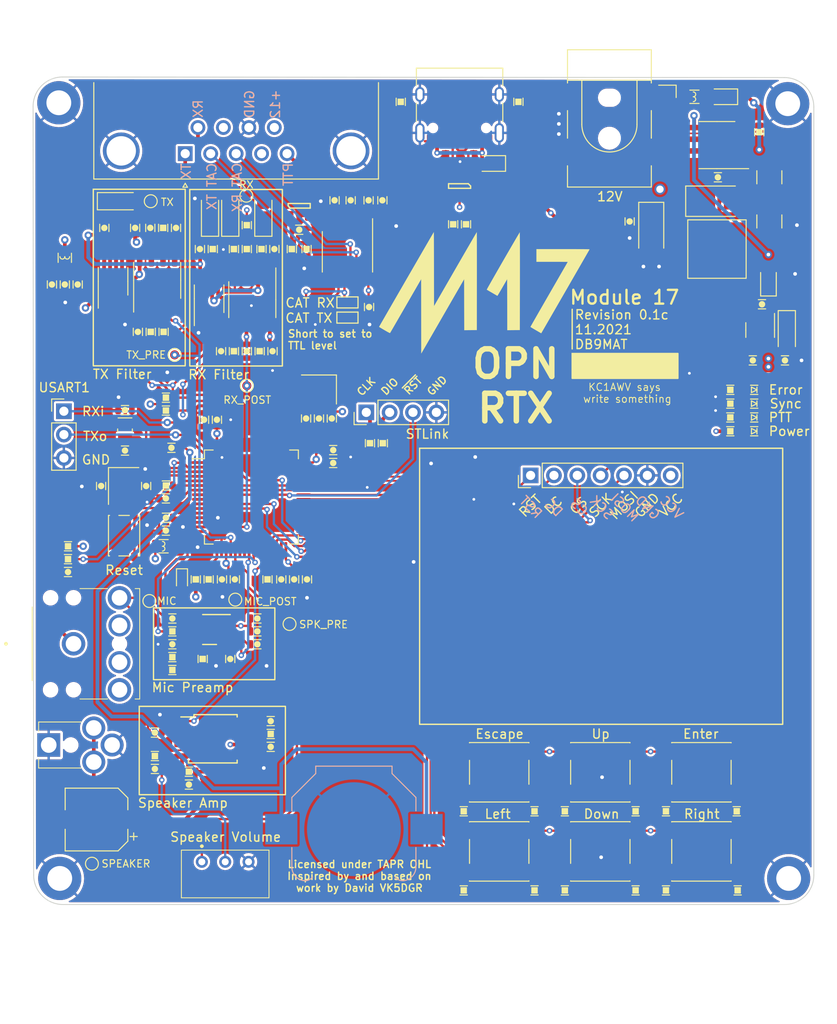
<source format=kicad_pcb>
(kicad_pcb (version 20211014) (generator pcbnew)
  (layers (0 "F.Cu" signal) (1 "In1.Cu" signal) (2 "In2.Cu" signal) (31 "B.Cu" signal) (34 "B.Paste" user) (35 "F.Paste" user) (36 "B.SilkS" user "B.Silkscreen") (37 "F.SilkS" user "F.Silkscreen") (38 "B.Mask" user) (39 "F.Mask" user) (44 "Edge.Cuts" user))
  (net 0 "")
  (net 1 "VDD")
  (net 2 "GND")
  (net 3 "Net-(C2-Pad2)")
  (net 4 "Net-(C3-Pad2)")
  (net 5 "Net-(C5-Pad2)")
  (net 6 "Net-(C6-Pad1)")
  (net 7 "Net-(C9-Pad2)")
  (net 8 "VDDA")
  (net 9 "+5V")
  (net 10 "BASEBAND_RX")
  (net 11 "Net-(C22-Pad1)")
  (net 12 "/Microcontroller/CLOCK")
  (net 13 "NRST")
  (net 14 "Net-(C29-Pad1)")
  (net 15 "AUDIO_SPK")
  (net 16 "VAA")
  (net 17 "Net-(C31-Pad1)")
  (net 18 "Net-(C32-Pad1)")
  (net 19 "Net-(C34-Pad2)")
  (net 20 "Net-(C36-Pad1)")
  (net 21 "Net-(C37-Pad1)")
  (net 22 "Net-(C39-Pad1)")
  (net 23 "Net-(C12-Pad1)")
  (net 24 "Net-(C20-Pad1)")
  (net 25 "Net-(C20-Pad2)")
  (net 26 "Net-(C21-Pad1)")
  (net 27 "Net-(C45-Pad2)")
  (net 28 "Net-(C49-Pad1)")
  (net 29 "Net-(C34-Pad1)")
  (net 30 "Net-(C35-Pad1)")
  (net 31 "Net-(C51-Pad1)")
  (net 32 "Net-(C52-Pad1)")
  (net 33 "Net-(C53-Pad1)")
  (net 34 "Net-(C53-Pad2)")
  (net 35 "Net-(C54-Pad1)")
  (net 36 "Net-(C55-Pad1)")
  (net 37 "Net-(C56-Pad1)")
  (net 38 "Net-(C35-Pad2)")
  (net 39 "Net-(C58-Pad1)")
  (net 40 "Net-(C36-Pad2)")
  (net 41 "Net-(D1-PadA)")
  (net 42 "Net-(D2-PadA)")
  (net 43 "Net-(D3-PadA)")
  (net 44 "Net-(D4-PadA)")
  (net 45 "Net-(C37-Pad2)")
  (net 46 "MIC")
  (net 47 "SPEAKER")
  (net 48 "Net-(C41-Pad1)")
  (net 49 "Net-(C59-Pad1)")
  (net 50 "/Microcontroller/xUDP")
  (net 51 "Net-(J2-PadB5)")
  (net 53 "/Microcontroller/xUDN")
  (net 54 "Net-(J2-PadA5)")
  (net 56 "+12V")
  (net 57 "RADIO_TX")
  (net 58 "Net-(C62-Pad1)")
  (net 59 "Net-(C64-Pad1)")
  (net 61 "RADIO_PTT")
  (net 62 "RADIO_RX")
  (net 64 "Net-(C64-Pad2)")
  (net 65 "Net-(R2-Pad2)")
  (net 66 "SWDIO")
  (net 67 "SWCLK")
  (net 68 "Net-(R5-Pad2)")
  (net 69 "Net-(R6-Pad1)")
  (net 70 "BTN_UP")
  (net 71 "Net-(R10-Pad1)")
  (net 72 "BTN_DOWN")
  (net 73 "Net-(R11-Pad1)")
  (net 74 "Net-(R12-Pad1)")
  (net 75 "~{BOOT0}")
  (net 76 "BTN_LEFT")
  (net 77 "Net-(R17-Pad1)")
  (net 78 "Net-(R18-Pad1)")
  (net 79 "Net-(C65-Pad1)")
  (net 80 "BTN_RIGHT")
  (net 81 "FLASH_CS")
  (net 82 "SPI1_SCK")
  (net 83 "LED-PTT")
  (net 84 "LED-SYNC")
  (net 85 "LED-ERROR")
  (net 86 "Net-(R28-Pad1)")
  (net 87 "USB_DN")
  (net 88 "USB_DP")
  (net 89 "~{PTT_IN}")
  (net 90 "AUDIO_MIC")
  (net 91 "Net-(R41-Pad2)")
  (net 92 "BASEBAND_TX")
  (net 93 "Net-(D6-Pad2)")
  (net 94 "~{PTT_OUT}")
  (net 95 "Net-(D9-Pad2)")
  (net 96 "SPK_MUTE")
  (net 97 "USART3_TX")
  (net 98 "CAT_TXout")
  (net 99 "CAT_RXin")
  (net 100 "USART3_RX")
  (net 101 "Net-(J9-Pad1)")
  (net 102 "Net-(J9-Pad2)")
  (net 103 "USART1_RX")
  (net 105 "USART1_TX")
  (net 106 "Net-(R1-Pad1)")
  (net 107 "Net-(R8-Pad1)")
  (net 108 "MIC_GAIN")
  (net 109 "BTN_ENT")
  (net 110 "Net-(R23-Pad1)")
  (net 111 "Net-(R36-Pad1)")
  (net 112 "Net-(R42-Pad1)")
  (net 113 "Net-(R44-Pad2)")
  (net 114 "I2C_SDA")
  (net 115 "I2C_SCL")
  (net 116 "~{MIC_MUTE}")
  (net 119 "Net-(U7-Pad2)")
  (net 122 "OLED_SPI_MOSI")
  (net 123 "OLED_SPI_SCK")
  (net 124 "OLED_DC")
  (net 125 "OLED_RST")
  (net 127 "OLED_CS")
  (net 130 "VBAT")
  (net 131 "SPI1_MISO")
  (net 132 "SPI1_MOSI")
  (net 133 "Net-(R29-Pad1)")
  (net 139 "Net-(C66-Pad1)")
  (net 140 "Net-(C67-Pad1)")
  (net 141 "Net-(D10-Pad1)")
  (net 142 "Net-(C57-Pad1)")
  (footprint "pkl_dipol:R_0603" (layer "F.Cu") (at 115.95 122.4 180)
    (fp_text reference "R14")
    (fp_text value "470")
  )
  (footprint "pkl_dipol:C_0603" (layer "F.Cu") (at 89.1 71.25 90)
    (fp_text reference "C13")
    (fp_text value "100n")
  )
  (footprint "pkl_dipol:C_0603" (layer "F.Cu") (at 101.9 47.4 90)
    (fp_text reference "C39")
    (fp_text value "100n")
  )
  (footprint "pkl_dipol:C_0603" (layer "F.Cu") (at 81.4 78.45 90)
    (fp_text reference "C6")
    (fp_text value "18p")
  )
  (footprint "pkl_dipol:R_0603" (layer "F.Cu") (at 94.95 105.4 180)
    (fp_text reference "R33")
    (fp_text value "2k")
  )
  (footprint "pkl_dipol:R_0603" (layer "F.Cu") (at 137.95 122.4 180)
    (fp_text reference "R20")
    (fp_text value "470")
  )
  (footprint "pkl_dipol:C_0603" (layer "F.Cu") (at 79.1 70.2 180)
    (fp_text reference "C66")
    (fp_text value "12p")
  )
  (footprint "pkl_dipol:L_0805" (layer "F.Cu") (at 83.3 85 180)
    (fp_text reference "FB1")
    (fp_text value "FB0805")
  )
  (footprint "pkl_dipol:C_0603" (layer "F.Cu") (at 84.15 74.3 180)
    (fp_text reference "C68")
    (fp_text value "100n")
  )
  (footprint "pkl_dipol:C_0603" (layer "F.Cu") (at 143.6 44.9 180)
    (fp_text reference "C64")
    (fp_text value "100n")
  )
  (footprint "pkl_dipol:R_0603" (layer "F.Cu") (at 94.6 88.6 90)
    (fp_text reference "R5")
    (fp_text value "1k")
  )
  (footprint "pkl_dipol:R_0603" (layer "F.Cu") (at 93.95 52.7 -90)
    (fp_text reference "R41")
    (fp_text value "3k3")
  )
  (footprint "pkl_dipol:R_0603" (layer "F.Cu") (at 144.95 72.5 180)
    (fp_text reference "R24")
    (fp_text value "680R")
  )
  (footprint "Capacitor_Tantalum_SMD:CP_EIA-3216-18_Kemet-A" (layer "F.Cu") (at 88.35 49 90)
    (fp_text reference "C56")
    (fp_text value "22u")
  )
  (footprint "pkl_dipol:R_0603" (layer "F.Cu") (at 98.85 52.7 90)
    (fp_text reference "R49")
    (fp_text value "47k")
  )
  (footprint "pkl_dipol:R_0603" (layer "F.Cu") (at 88.65 52.7 90)
    (fp_text reference "R42")
    (fp_text value "2k2")
  )
  (footprint "pkl_dipol:C_0603" (layer "F.Cu") (at 92.35 63.8 -90)
    (fp_text reference "C45")
    (fp_text value "10n")
  )
  (footprint "TestPoint:TestPoint_Pad_D1.0mm" (layer "F.Cu") (at 97 93.45)
    (fp_text reference "TP2")
    (fp_text value "TP_SPK_PRE")
  )
  (footprint "pkl_dipol:R_0603" (layer "F.Cu") (at 87.55 97.25 -90)
    (fp_text reference "R23")
    (fp_text value "100k")
  )
  (footprint "pkl_dipol:C_0603" (layer "F.Cu") (at 73.95 56.55 -90)
    (fp_text reference "C38")
    (fp_text value "100n")
  )
  (footprint "pkl_dipol:C_0603" (layer "F.Cu") (at 107.1 47.4 90)
    (fp_text reference "C41")
    (fp_text value "100n")
  )
  (footprint "pkl_dipol:C_0603" (layer "F.Cu") (at 83.55 83.3 180)
    (fp_text reference "C11")
    (fp_text value "100n")
  )
  (footprint "pkl_dipol:C_0603" (layer "F.Cu") (at 98.9 88.6 -90)
    (fp_text reference "C16")
    (fp_text value "10n")
  )
  (footprint "Diode_SMD:D_SOD-523" (layer "F.Cu") (at 85.3 88.6 -90)
    (fp_text reference "D10")
    (fp_text value "3v3")
  )
  (footprint "pkl_dipol:C_0603" (layer "F.Cu") (at 89.65 88.6 -90)
    (fp_text reference "C1")
    (fp_text value "100n")
  )
  (footprint "pkl_dipol:C_0603" (layer "F.Cu") (at 93.5 92.85)
    (fp_text reference "C46")
    (fp_text value "100n")
  )
  (footprint "pkl_dipol:C_0603" (layer "F.Cu") (at 150.9 64.8)
    (fp_text reference "C25")
    (fp_text value "1u")
  )
  (footprint "Package_SO:SOIC-8-1EP_3.9x4.9mm_P1.27mm_EP2.29x3mm" (layer "F.Cu") (at 143.5 41.4 180)
    (fp_text reference "U2")
    (fp_text value "ADP2302ARDZ-5.0")
  )
  (footprint "pkl_dipol:R_0603" (layer "F.Cu") (at 82.35 107.8)
    (fp_text reference "R31")
    (fp_text value "10k")
  )
  (footprint "pkl_jumpers:J_0603" (layer "F.Cu") (at 103.3 58.5 180)
    (fp_text reference "J6")
    (fp_text value "CAT_RX")
  )
  (footprint "Oscillator:Oscillator_SMD_Abracon_ASE-4Pin_3.2x2.5mm" (layer "F.Cu") (at 100.2 67.9625 180)
    (fp_text reference "X1")
    (fp_text value "12 MHz TCXO")
  )
  (footprint "Connector_PinHeader_2.54mm:PinHeader_1x07_P2.54mm_Vertical" (layer "F.Cu") (at 123.225 77.3 90)
    (fp_text reference "J3")
    (fp_text value "OLED")
  )
  (footprint "pkl_dipol:R_0603" (layer "F.Cu") (at 137.95 113.8 180)
    (fp_text reference "R19")
    (fp_text value "470")
  )
  (footprint "pkl_dipol:C_0603" (layer "F.Cu") (at 105.65 59 -90)
    (fp_text reference "C42")
    (fp_text value "100n")
  )
  (footprint "pkl_dipol:D_0603" (layer "F.Cu") (at 147.55 71 180)
    (fp_text reference "D2")
    (fp_text value "PTT")
  )
  (footprint "pkl_dipol:C_0603" (layer "F.Cu") (at 101.75 75.95 180)
    (fp_text reference "C5")
    (fp_text value "2u2")
  )
  (footprint "Connector_PinHeader_2.54mm:PinHeader_1x03_P2.54mm_Vertical" (layer "F.Cu") (at 72.45 70.325)
    (fp_text reference "J10")
    (fp_text value "UART")
  )
  (footprint "pkl_dipol:C_0603" (layer "F.Cu") (at 87.25 52.7 90)
    (fp_text reference "C44")
    (fp_text value "100n")
  )
  (footprint "TestPoint:TestPoint_Pad_D1.0mm" (layer "F.Cu") (at 81.9 47.5)
    (fp_text reference "TP8")
    (fp_text value "TP_TX")
  )
  (footprint "M17-SmartMic:SJ12503A" (layer "F.Cu") (at 70.8 106.6)
    (fp_text reference "J1")
    (fp_text value "Kenwood-2.5" hide)
  )
  (footprint "MountingHole:MountingHole_2.7mm_M2.5_DIN965_Pad" (layer "F.Cu") (at 151.3 121.1)
    (fp_text reference "H4")
    (fp_text value "M3")
  )
  (footprint "pkl_dipol:R_0603" (layer "F.Cu") (at 109.1 36.7 -90)
    (fp_text reference "R16")
    (fp_text value "5k1")
  )
  (footprint "Diode_SMD:D_SMA" (layer "F.Cu") (at 143.5 47.5)
    (fp_text reference "D7")
    (fp_text value "SSA33L")
  )
  (footprint "pkl_dipol:L_0805" (layer "F.Cu") (at 72.55 53.65 90)
    (fp_text reference "FB3")
    (fp_text value "FB0805")
  )
  (footprint "pkl_dipol:C_0603" (layer "F.Cu") (at 79.1 74.6 180)
    (fp_text reference "C67")
    (fp_text value "12p")
  )
  (footprint "pkl_dipol:R_0603" (layer "F.Cu") (at 83.25 50.4 -90)
    (fp_text reference "R40")
    (fp_text value "3k9")
  )
  (footprint "MountingHole:MountingHole_2.7mm_M2.5_DIN965_Pad" (layer "F.Cu") (at 72 121.1)
    (fp_text reference "H3")
    (fp_text value "M3")
  )
  (footprint "pkl_dipol:R_0603" (layer "F.Cu") (at 116.2 50.01 -90)
    (fp_text reference "R28")
    (fp_text value "27")
  )
  (footprint "Diode_SMD:D_SOD-128" (layer "F.Cu") (at 136.35 50.7 -90)
    (fp_text reference "D5")
    (fp_text value "PTVS20VP1UP,115")
  )
  (footprint "pkl_dipol:R_0603" (layer "F.Cu") (at 83.3 61.7 90)
    (fp_text reference "R38")
    (fp_text value "39k")
  )
  (footprint "pkl_connectors:USB_C_Receptacle_HRO_TYPE-C-31-M-12" (layer "F.Cu") (at 115.5 36.94 180)
    (fp_text reference "J2")
    (fp_text value "USB_C")
  )
  (footprint "pkl_dipol:C_0603" (layer "F.Cu") (at 87.7 71.25 90)
    (fp_text reference "C14")
    (fp_text value "10n")
  )
  (footprint "pkl_dipol:C_0603" (layer "F.Cu") (at 86.05 110.9)
    (fp_text reference "C35")
    (fp_text value "15p")
  )
  (footprint "pkl_dipol:D_0603" (layer "F.Cu") (at 147.55 69.5 180)
    (fp_text reference "D3")
    (fp_text value "Sync")
  )
  (footprint "pkl_dipol:C_0603" (layer "F.Cu") (at 94.95 104)
    (fp_text reference "C36")
    (fp_text value "100n")
  )
  (footprint "pkl_housings_sot:SOT-23" (layer "F.Cu") (at 98.05 48 -90)
    (fp_text reference "Q1")
    (fp_text value "IRLML2060")
  )
  (footprint "pkl_dipol:C_0603" (layer "F.Cu") (at 76.85 50.4 90)
    (fp_text reference "C50")
    (fp_text value "100n")
  )
  (footprint "pkl_dipol:C_0603" (layer "F.Cu") (at 93.5 95.65)
    (fp_text reference "C29")
    (fp_text value "2u2")
  )
  (footprint "pkl_dipol:R_0603" (layer "F.Cu") (at 90.95 63.8 -90)
    (fp_text reference "R37")
    (fp_text value "3k9")
  )
  (footprint "pkl_dipol:C_0603" (layer "F.Cu") (at 76.5 78.45 90)
    (fp_text reference "C3")
    (fp_text value "18p")
  )
  (footprint "pkl_dipol:C_0603" (layer "F.Cu") (at 82.35 105.25 180)
    (fp_text reference "C31")
    (fp_text value "100n")
  )
  (footprint "Capacitor_Tantalum_SMD:CP_EIA-3216-18_Kemet-A" (layer "F.Cu") (at 94.15 49 90)
    (fp_text reference "C58")
    (fp_text value "22u")
  )
  (footprint "M17-SmartMic:3310C001503L" (layer "F.Cu") (at 87.46 119.295 -90)
    (fp_text reference "RV1")
    (fp_text value "100k" hide)
  )
  (footprint "pkl_dipol:R_0603" (layer "F.Cu") (at 84.25 94.25 180)
    (fp_text reference "R8")
    (fp_text value "0")
  )
  (footprint "pkl_dipol:R_0603" (layer "F.Cu") (at 123.65 122.4 180)
    (fp_text reference "R12")
    (fp_text value "10k")
  )
  (footprint "pkl_dipol:R_0603" (layer "F.Cu") (at 121.9 36.7 -90)
    (fp_text reference "R15")
    (fp_text value "5k1")
  )
  (footprint "pkl_dipol:C_0603" (layer "F.Cu") (at 84.25 92.85)
    (fp_text reference "C9")
    (fp_text value "100n")
  )
  (footprint "pkl_dipol:R_0603" (layer "F.Cu") (at 134.65 122.4 180)
    (fp_text reference "R9")
    (fp_text value "10k")
  )
  (footprint "Diode_SMD:D_SOD-323" (layer "F.Cu") (at 149.1 56.3 90)
    (fp_text reference "D8")
    (fp_text value "BAT60A")
  )
  (footprint "Package_SO:TSSOP-16_4.4x5mm_P0.65mm" (layer "F.Cu") (at 103.3 53 -90)
    (fp_text reference "U5")
    (fp_text value "MAX3232")
  )
  (footprint "pkl_housings_sot:SOT-23-6" (layer "F.Cu") (at 115.5 45.85 90)
    (fp_text reference "U3")
    (fp_text value "USBLC6-2")
  )
  (footprint "Capacitor_Tantalum_SMD:CP_EIA-3216-18_Kemet-A" (layer "F.Cu") (at 151.1 61.7 -90)
    (fp_text reference "C18")
    (fp_text value "10u")
  )
  (footprint "pkl_dipol:C_0603" (layer "F.Cu") (at 90.55 97.25 -90)
    (fp_text reference "C12")
    (fp_text value "100p")
  )
  (footprint "pkl_dipol:R_0603" (layer "F.Cu") (at 145.75 122.4 180)
    (fp_text reference "R18")
    (fp_text value "10k")
  )
  (footprint "pkl_dipol:C_0603" (layer "F.Cu") (at 84.65 50.4 90)
    (fp_text reference "C55")
    (fp_text value "680p")
  )
  (footprint "pkl_dipol:R_0603" (layer "F.Cu") (at 92.35 50.1 -90)
    (fp_text reference "R45")
    (fp_text value "33k")
  )
  (footprint "pkl_jumpers:J_0603" (layer "F.Cu") (at 103.3 60.15)
    (fp_text reference "J4")
    (fp_text value "CAT_TX")
  )
  (footprint "Package_SO:MSOP-8_3x3mm_P0.65mm" (layer "F.Cu") (at 88.25 58.1 90)
    (fp_text reference "U8")
    (fp_text value "MCP4551-103")
  )
  (footprint "Capacitor_Tantalum_SMD:CP_EIA-3216-18_Kemet-A" (layer "F.Cu") (at 90.55 49 90)
    (fp_text reference "C59")
    (fp_text value "22u")
  )
  (footprint "TestPoint:TestPoint_Pad_D1.0mm" (layer "F.Cu") (at 92.35 67.55)
    (fp_text reference "TP6")
    (fp_text value "TP_BBRX")
  )
  (footprint "pkl_dipol:R_0603" (layer "F.Cu") (at 83.55 78.4)
    (fp_text reference "R2")
    (fp_text value "220")
  )
  (footprint "pkl_dipol:C_0603" (layer "F.Cu") (at 147.4 64.8 180)
    (fp_text reference "C23")
    (fp_text value "100n")
  )
  (footprint "pkl_dipol:D_0603" (layer "F.Cu") (at 147.55 68 180)
    (fp_text reference "D4")
    (fp_text value "Error")
  )
  (footprint "TestPoint:TestPoint_Pad_D1.0mm" (layer "F.Cu") (at 81.75 90.95)
    (fp_text reference "TP1")
    (fp_text value "TP_MIC")
  )
  (footprint "Package_TO_SOT_SMD:SOT-23-5" (layer "F.Cu") (at 148.2 61.5 -90)
    (fp_text reference "U11")
    (fp_text value "TPS73233")
  )
  (footprint "pkl_dipol:R_0603" (layer "F.Cu") (at 84.25 98.45)
    (fp_text reference "R30")
    (fp_text value "150k")
  )
  (footprint "pkl_dipol:R_0603" (layer "F.Cu") (at 93.75 63.8 90)
    (fp_text reference "R39")
    (fp_text value "39k")
  )
  (footprint "pkl_housings_soic:SOIC-8_5.3x5.3mm_Pitch1.27mm" (layer "F.Cu") (at 88.65 105.9)
    (fp_text reference "IC1")
    (fp_text value "LM4861MX")
  )
  (footprint "Connector_PinHeader_2.54mm:PinHeader_1x04_P2.54mm_Vertical" (layer "F.Cu") (at 105.35 70.45 90)
    (fp_text reference "J9")
    (fp_text value "STLink")
  )
  (footprint "pkl_dipol:R_0603" (layer "F.Cu") (at 145.65 113.8 180)
    (fp_text reference "R17")
    (fp_text value "10k")
  )
  (footprint "pkl_dipol:R_0603" (layer "F.Cu") (at 72.9 86.4 180)
    (fp_text reference "R35")
    (fp_text value "2k2")
  )
  (footprint "pkl_dipol:R_0603" (layer "F.Cu") (at 81.9 61.7 -90)
    (fp_text reference "R36")
    (fp_text value "3k3")
  )
  (footprint "pkl_dipol:C_0603" (layer "F.Cu") (at 80.5 61.7 90)
    (fp_text reference "C51")
    (fp_text value "10n")
  )
  (footprint "pkl_dipol:R_0603" (layer "F.Cu") (at 126.95 113.8 180)
    (fp_text reference "R7")
    (fp_text value "470")
  )
  (footprint "pkl_dipol:C_0603" (layer "F.Cu") (at 101.6 71.1125 90)
    (fp_text reference "C26")
    (fp_text value "4u7")
  )
  (footprint "pkl_dipol:C_0603" (layer "F.Cu") (at 105.6 47.4 -90)
    (fp_text reference "C34")
    (fp_text value "100n")
  )
  (footprint "pkl_dipol:C_0603" (layer "F.Cu") (at 98.8 71.1125 -90)
    (fp_text reference "C22")
    (fp_text value "100n")
  )
  (footprint "pkl_dipol:R_0603" (layer "F.Cu") (at 114.8 50.01 -90)
    (fp_text reference "R29")
    (fp_text value "27")
  )
  (footprint "pkl_dipol:R_0603" (layer "F.Cu") (at 144.95 71 180)
    (fp_text reference "R25")
    (fp_text value "680R")
  )
  (footprint "pkl_dipol:C_0603" (layer "F.Cu") (at 100.2 71.1125 90)
    (fp_text reference "C24")
    (fp_text value "100n")
  )
  (footprint "pkl_dipol:C_0603" (layer "F.Cu") (at 72.9 87.8)
    (fp_text reference "C32")
    (fp_text value "100n")
  )
  (footprint "Diode_SMD:D_SOD-323" (layer "F.Cu") (at 119 43.4 180)
    (fp_text reference "D9")
    (fp_text value "BAT60A")
  )
  (footprint "pkl_dipol:L_0805" (layer "F.Cu") (at 141.05 36.15 180)
    (fp_text reference "FB2")
    (fp_text value "FB0805")
  )
  (footprint "pkl_dipol:C_0603" (layer "F.Cu") (at 71.15 56.55 -90)
    (fp_text reference "C30")
    (fp_text value "22u")
  )
  (footprint "pkl_dipol:R_0603" (layer "F.Cu") (at 134.65 113.8 180)
    (fp_text reference "R6")
    (fp_text value "10k")
  )
  (footprint "pkl_dipol:C_0603" (layer "F.Cu") (at 81.85 50.4 -90)
    (fp_text reference "C53")
    (fp_text value "10n")
  )
  (footprint "pkl_dipol:C_0603" (layer "F.Cu") (at 83.55 81.9 180)
    (fp_text reference "C8")
    (fp_text value "1u")
  )
  (footprint "Package_SO:SOIC-8_3.9x4.9mm_P1.27mm" (layer "F.Cu") (at 92.95 58.2 -90)
    (fp_text reference "U7")
    (fp_text value "MCP602")
  )
  (footprint "pkl_dipol:R_0603" (layer "F.Cu") (at 88.2 88.6 -90)
    (fp_text reference "R54")
    (fp_text value "10k")
  )
  (footprint "pkl_dipol:C_0603" (layer "F.Cu") (at 103.65 47.4 90)
    (fp_text reference "C37")
    (fp_text value "100n")
  )
  (footprint "pkl_dipol:C_0603" (layer "F.Cu") (at 95.35 52.7 -90)
    (fp_text reference "C52")
    (fp_text value "10n")
  )
  (footprint "pkl_buttons_switches:SW_SPST_PTS645" (layer "F.Cu") (at 130.81 109.565)
    (fp_text reference "SW1")
    (fp_text value "Button Up")
  )
  (footprint "M17-SmartMic:M17-logo" (layer "F.Cu") (at 156.311166 100.186453)
    (fp_text reference "Ref**" hide)
    (fp_text value "Val**" hide)
  )
  (footprint "pkl_dipol:C_0603" (layer "F.Cu") (at 91.05 88.6 -90)
    (fp_text reference "C4")
    (fp_text value "10n")
  )
  (footprint "pkl_dipol:C_0603" (layer "F.Cu") (at 83.55 79.8)
    (fp_text reference "C27")
    (fp_text value "100n")
  )
  (footprint "pkl_dipol:C_0603" (layer "F.Cu") (at 97.5 88.6 -90)
    (fp_text reference "C17")
    (fp_text value "1u")
  )
  (footprint "M17-SmartMic:SRR5018" (layer "F.Cu") (at 143.5 52.7 180)
    (fp_text reference "L1")
    (fp_text value "4u1")
  )
  (footprint "pkl_dipol:R_0603" (layer "F.Cu") (at 84.25 97.05 180)
    (fp_text reference "R1")
    (fp_text value "2k2")
  )
  (footprint "pkl_dipol:R_0603" (layer "F.Cu") (at 144.95 69.5 180)
    (fp_text reference "R26")
    (fp_text value "680R")
  )
  (footprint "pkl_buttons_switches:SW_SPST_PTS645" (layer "F.Cu") (at 141.81 109.565)
    (fp_text reference "SW6")
    (fp_text value "Button Enter")
  )
  (footprint "M17-SmartMic:SJ13523N" (layer "F.Cu") (at 69 95.6)
    (fp_text reference "J5")
    (fp_text value "Kenwood-3.5" hide)
  )
  (footprint "pkl_dipol:R_0603" (layer "F.Cu") (at 90.95 52.7 -90)
    (fp_text reference "R46")
    (fp_text value "22k")
  )
  (footprint "pkl_dipol:C_0603" (layer "F.Cu") (at 84.25 95.65 180)
    (fp_text reference "C21")
    (fp_text value "470n")
  )
  (footprint "TestPoint:TestPoint_Pad_D1.0mm" (layer "F.Cu") (at 91.1 90.8)
    (fp_text reference "TP3")
    (fp_text value "TP_MIC_POST")
  )
  (footprint "pkl_dipol:R_0603" (layer "F.Cu") (at 83.55 68.85)
    (fp_text reference "R48")
    (fp_text value "4k7")
  )
  (footprint "pkl_buttons_switches:SW_SPST_PTS645" (layer "F.Cu") (at 130.81 118.165)
    (fp_text reference "SW2")
    (fp_text value "Button Down")
  )
  (footprint "pkl_dipol:C_0603" (layer "F.Cu") (at 98.05 50.6)
    (fp_text reference "C54")
    (fp_text value "470p")
  )
  (footprint "Package_SO:MSOP-8_3x3mm_P0.65mm" (layer "F.Cu") (at 77.8 56.2 90)
    (fp_text reference "U9")
    (fp_text value "MCP4551-104")
  )
  (footprint "TestPoint:TestPoint_Pad_D1.0mm" (layer "F.Cu") (at 92.3 46.9)
    (fp_text reference "TP7")
    (fp_text value "TP_RX")
  )
  (footprint "pkl_dipol:R_0603" (layer "F.Cu") (at 144.95 68 180)
    (fp_text reference "R27")
    (fp_text value "680R")
  )
  (footprint "TestPoint:TestPoint_Pad_D1.0mm" (layer "F.Cu") (at 84.5 64.2)
    (fp_text reference "TP5")
    (fp_text value "TP_BBTX")
  )
  (footprint "Capacitor_Tantalum_SMD:CP_EIA-3216-18_Kemet-A" (layer "F.Cu") (at 78.4 47.5)
    (fp_text reference "C57")
    (fp_text value "22u")
  )
  (footprint "pkl_dipol:D_0603" (layer "F.Cu") (at 147.55 72.5 180)
    (fp_text reference "D1")
    (fp_text value "Power")
  )
  (footprint "pkl_buttons_switches:SW_SPST_PTS645" (layer "F.Cu") (at 119.81 118.165)
    (fp_text reference "SW5")
    (fp_text value "Button Left")
  )
  (footprint "pkl_dipol:R_0603" (layer "F.Cu") (at 72.9 85 180)
    (fp_text reference "R34")
    (fp_text value "10k")
  )
  (footprint "Diode_SMD:D_SOD-323" (layer "F.Cu") (at 144.25 36.15 180)
    (fp_text reference "D6")
    (fp_text value "BAT60A")
  )
  (footprint "pkl_dipol:R_0603" (layer "F.Cu") (at 83.55 70.25)
    (fp_text reference "R47")
    (fp_text value "4k7")
  )
  (footprint "Capacitor_SMD:C_1210_3225Metric" (layer "F.Cu") (at 149.2 49.7 90)
    (fp_text reference "C65")
    (fp_text value "47u")
  )
  (footprint "MountingHole:MountingHole_2.7mm_M2.5_DIN965_Pad" (layer "F.Cu") (at 151.2 36.9)
    (fp_text reference "H1")
    (fp_text value "M3")
  )
  (footprint "pkl_dipol:C_0603" (layer "F.Cu") (at 80.2 50.4 90)
    (fp_text reference "C60")
    (fp_text value "100n")
  )
  (footprint "pkl_buttons_switches:SW_SPST_PTS645" (layer "F.Cu") (at 141.81 118.165)
    (fp_text reference "SW7")
    (fp_text value "Button Right")
  )
  (footprint "TestPoint:TestPoint_Pad_D1.0mm" (layer "F.Cu") (at 75.5 119.5)
    (fp_text reference "TP4")
    (fp_text value "TP_SPK")
  )
  (footprint "pkl_dipol:C_0603" (layer "F.Cu") (at 96.1 88.6 90)
    (fp_text reference "C2")
    (fp_text value "2u2")
  )
  (footprint "pkl_dipol:R_0603" (layer "F.Cu") (at 115.95 113.8 180)
    (fp_text reference "R13")
    (fp_text value "470")
  )
  (footprint "pkl_dipol:R_0603" (layer "F.Cu") (at 126.95 122.4 180)
    (fp_text reference "R10")
    (fp_text value "470")
  )
  (footprint "pkl_dipol:R_0603" (layer "F.Cu") (at 148.1 40 90)
    (fp_text reference "R44")
    (fp_text value "100k")
  )
  (footprint "pkl_dipol:C_0603" (layer "F.Cu") (at 101.75 74.55)
    (fp_text reference "C7")
    (fp_text value "100n")
  )
  (footprint "Package_SO:SOIC-8_3.9x4.9mm_P1.27mm" (layer "F.Cu") (at 82.6 56.1 90)
    (fp_text reference "U6")
    (fp_text value "MCP602")
  )
  (footprint "pkl_buttons_switches:SW_SPST_PTS645" (layer "F.Cu") (at 119.81 109.565)
    (fp_text reference "SW4")
    (fp_text value "Button Escape")
  )
  (footprint "pkl_buttons_switches:SW_SPST_3x4x2.5" (layer "F.Cu") (at 79 83.85 90)
    (fp_text reference "SW3")
    (fp_text value "Reset")
  )
  (footprint "pkl_dipol:R_0603" (layer "F.Cu") (at 107.15 73.8 90)
    (fp_text reference "R3")
    (fp_text value "22")
  )
  (footprint "pkl_dipol:R_0603" (layer "F.Cu") (at 92.35 52.7 90)
    (fp_text reference "R43")
    (fp_text value "22k")
  )
  (footprint "MountingHole:MountingHole_2.7mm_M2.5_DIN965_Pad" (layer "F.Cu") (at 71.9 36.8)
    (fp_text reference "H2")
    (fp_text value "M3")
  )
  (footprint "pkl_dipol:C_0603" (layer "F.Cu") (at 134 49.7 90)
    (fp_text reference "C61")
    (fp_text value "10n")
  )
  (footprint "Crystal:Crystal_SMD_MicroCrystal_CC8V-T1A-2Pin_2.0x1.2mm" (layer "F.Cu") (at 79.1 72.4 -90)
    (fp_text reference "Y2")
    (fp_text value "32 kHz")
  )
  (footprint "pkl_dipol:R_0603" (layer "F.Cu") (at 105.75 73.8 90)
    (fp_text reference "R4")
    (fp_text value "22")
  )
  (footprint "pkl_dipol:C_0603" (layer "F.Cu") (at 82.35 109.2 180)
    (fp_text reference "C20")
    (fp_text value "220n")
  )
  (footprint "Package_QFP:LQFP-64_10x10mm_P0.5mm" (layer "F.Cu") (at 92.85 79.65)
    (fp_text reference "U10")
    (fp_text value "STM32F405RGTx")
  )
  (footprint "pkl_dipol:C_0603" (layer "F.Cu") (at 89.55 63.8 -90)
    (fp_text reference "C49")
    (fp_text value "680p")
  )
  (footprint "Capacitor_SMD:C_1210_3225Metric" (layer "F.Cu") (at 149.2 44.9 -90)
    (fp_text reference "C62")
    (fp_text value "10u")
  )
  (footprint "pkl_dipol:R_0603" (layer "F.Cu") (at 123.65 113.8 180)
    (fp_text reference "R11")
    (fp_text value "10k")
  )
  (footprint "pkl_dipol:C_0603" (layer "F.Cu") (at 72.55 56.55 -90)
    (fp_text reference "C33")
    (fp_text value "1u")
  )
  (footprint "pkl_dipol:R_0603" (layer "F.Cu") (at 86.05 109.5)
    (fp_text reference "R32")
    (fp_text value "22k")
  )
  (footprint "pkl_dipol:C_0603" (layer "F.Cu") (at 95.15 63.8 -90)
    (fp_text reference "C48")
    (fp_text value "100n")
  )
  (footprint "pkl_dipol:C_0603" (layer "F.Cu") (at 94.95 106.8)
    (fp_text reference "C43")
    (fp_text value "100n")
  )
  (footprint "Crystal:Crystal_SMD_3225-4Pin_3.2x2.5mm" (layer "F.Cu") (at 78.95 78.45 -90)
    (fp_text reference "Y1")
    (fp_text value "8 MHz")
  )
  (footprint "Connector_BarrelJack:BarrelJack_CLIFF_FC681465S_SMT_Horizontal" (layer "F.Cu") (at 131.8 39.15 -90)
    (fp_text reference "J8")
    (fp_text value "+12V")
  )
  (footprint "pkl_dipol:C_0603" (layer "F.Cu") (at 148.4 58.7 180)
    (fp_text reference "C19")
    (fp_text value "100n")
  )
  (footprint "pkl_dipol:C_0603" (layer "F.Cu") (at 93.5 94.25)
    (fp_text reference "C47")
    (fp_text value "2u2")
  )
  (footprint "Package_DFN_QFN:DFN-14-1EP_3x3mm_P0.4mm_EP1.78x2.35mm" (layer "F.Cu") (at 89.05 94.05 180)
    (fp_text reference "U1")
    (fp_text value "MAX9814")
  )
  (footprint "pkl_dipol:R_0603" (layer "F.Cu") (at 86.8 88.6 90)
    (fp_text reference "R53")
    (fp_text value "39k")
  )
  (footprint "Connector_Dsub:DSUB-9_Female_Horizontal_P2.77x2.84mm_EdgePinOffset4.94mm_Housed_MountingHolesOffset7.48mm" (layer "F.Cu") (at 85.65 42.330331 180)
    (fp_text reference "J7")
    (fp_text value "Radio")
  )
  (footprint "pkl_dipol:R_0603" (layer "F.Cu") (at 97.25 52.7 -90)
    (fp_text reference "R51")
    (fp_text value "330")
  )
  (footprint "Capacitor_SMD:CP_Elec_6.3x7.7" (layer "F.Cu") (at 76 114.7 180)
    (fp_text reference "C40")
    (fp_text value "470u")
  )
  (footprint "Battery:BatteryHolder_Keystone_3000_1x12mm" (layer "B.Cu") (at 104 115.75 180)
    (fp_text reference "BT1")
    (fp_text value "Coin")
  )
  (gr_rect (start 127.75 64.05) (end 139.25 66.75) (layer "F.SilkS") (width 0.15) (fill solid))
  (gr_line (start 127.75 59.25) (end 127.75 63.55) (layer "F.SilkS") (width 0.15))
  (gr_rect (start 80.65 112) (end 96.55 102.4) (layer "F.SilkS") (width 0.15) (fill none))
  (gr_rect (start 85.65 46.2) (end 75.65 65.388688) (layer "F.SilkS") (width 0.15) (fill none))
  (gr_rect (start 96.219475 65.408078) (end 86.145 46.225) (layer "F.SilkS") (width 0.15) (fill none))
  (gr_rect (start 95.4 91.7) (end 82.2 99.5) (layer "F.SilkS") (width 0.15) (fill none))
  (gr_rect (start 111.15 74.35) (end 150.65 104.35) (layer "F.SilkS") (width 0.15) (fill none))
  (gr_arc (start 150.837258 34.062742) (mid 153.1 35) (end 154.037258 37.262742) (layer "Edge.Cuts") (width 0.1))
  (gr_line (start 72.362742 123.937258) (end 150.837258 123.937258) (layer "Edge.Cuts") (width 0.1))
  (gr_line (start 150.837258 34.062742) (end 72.3 34) (layer "Edge.Cuts") (width 0.1))
  (gr_arc (start 154.037258 120.737258) (mid 153.1 123) (end 150.837258 123.937258) (layer "Edge.Cuts") (width 0.1))
  (gr_arc (start 72.362742 123.937258) (mid 70.1 123) (end 69.162742 120.737258) (layer "Edge.Cuts") (width 0.1))
  (gr_arc (start 69.1 37.2) (mid 70.037258 34.937258) (end 72.3 34) (layer "Edge.Cuts") (width 0.1))
  (gr_line (start 69.1 37.2) (end 69.162742 120.737258) (layer "Edge.Cuts") (width 0.1))
  (gr_line (start 154.037258 120.737258) (end 154.037258 37.262742) (layer "Edge.Cuts") (width 0.1))
  (gr_text "VCC" (at 138.549492 80.8 315) (layer "B.SilkS") (effects (font (size 1 1)) (justify mirror)))
  (gr_text "+12" (at 95.45 36.95 90) (layer "B.SilkS") (effects (font (size 1 1)) (justify mirror)))
  (gr_text "TX" (at 85.75 44.25 90) (layer "B.SilkS") (effects (font (size 1 1)) (justify mirror)))
  (gr_text "CAT RX" (at 91.3 46 90) (layer "B.SilkS") (effects (font (size 1 1)) (justify mirror)))
  (gr_text "DC" (at 125.749492 80.8 315) (layer "B.SilkS") (effects (font (size 1 1)) (justify mirror)))
  (gr_text "CS" (at 128.499492 80.75 315) (layer "B.SilkS") (effects (font (size 1 1)) (justify mirror)))
  (gr_text "GND" (at 92.65 36.95 90) (layer "B.SilkS") (effects (font (size 1 1)) (justify mirror)))
  (gr_text "CAT TX" (at 88.55 45.9 90) (layer "B.SilkS") (effects (font (size 1 1)) (justify mirror)))
  (gr_text "PTT" (at 96.85 44.6 90) (layer "B.SilkS") (effects (font (size 1 1)) (justify mirror)))
  (gr_text "RX" (at 87.05 37.45 90) (layer "B.SilkS") (effects (font (size 1 1)) (justify mirror)))
  (gr_text "SCK" (at 130.949492 80.8 315) (layer "B.SilkS") (effects (font (size 1 1)) (justify mirror)))
  (gr_text "RST" (at 123.249492 80.75 315) (layer "B.SilkS") (effects (font (size 1 1)) (justify mirror)))
  (gr_text "MOSI" (at 133.449492 80.8 315) (layer "B.SilkS") (effects (font (size 1 1)) (justify mirror)))
  (gr_text "GND" (at 135.949492 80.8 315) (layer "B.SilkS") (effects (font (size 1 1)) (justify mirror)))
  (gr_text "Revision 0.1c\n11.2021\nDB9MAT" (at 127.95 61.45) (layer "F.SilkS") (effects (font (size 1 1)) (justify left)))
  (gr_text "TXo" (at 75.85 73.05) (layer "F.SilkS") (effects (font (size 1 1))))
  (gr_text "OPN\nRTX" (at 121.6 67.6) (layer "F.SilkS") (effects (font (size 3 3) (thickness 0.6))))
  (gr_text "Sync" (at 149.15 69.5) (layer "F.SilkS") (effects (font (size 1 1)) (justify left)))
  (gr_text "STLink" (at 112 72.8) (layer "F.SilkS") (effects (font (size 1 1))))
  (gr_text "Enter" (at 141.75 105.4) (layer "F.SilkS") (effects (font (size 1 1))))
  (gr_text "RX Filter" (at 89.3 66.35) (layer "F.SilkS") (effects (font (size 1 1))))
  (gr_text "TX" (at 83.7 47.6) (layer "F.SilkS") (effects (font (size 0.8 0.8) (thickness 0.12))))
  (gr_text "GND" (at 135.9 80.55 45) (layer "F.SilkS") (effects (font (size 1 1))))
  (gr_text "Up" (at 130.85 105.4) (layer "F.SilkS") (effects (font (size 1 1))))
  (gr_text "Escape" (at 119.85 105.4) (layer "F.SilkS") (effects (font (size 1 1))))
  (gr_text "Power" (at 149.05 72.5) (layer "F.SilkS") (effects (font (size 1 1)) (justify left)))
  (gr_text "CLK" (at 105.35 67.65 45) (layer "F.SilkS") (effects (font (size 0.8 0.8))))
  (gr_text "Mic Preamp" (at 86.45 100.35) (layer "F.SilkS") (effects (font (size 1 1))))
  (gr_text "CAT TX" (at 101.75 60.2) (layer "F.SilkS") (effects (font (size 1 1)) (justify right)))
  (gr_text "~{RST}" (at 110.45 67.55 45) (layer "F.SilkS") (effects (font (size 0.8 0.8))))
  (gr_text "Licensed under TAPR OHL\nInspired by and based on\nwork by David VK5DGR" (at 104.6 120.85) (layer "F.SilkS") (effects (font (size 0.8 0.8))))
  (gr_text "RX" (at 92.3 45.7) (layer "F.SilkS") (effects (font (size 0.8 0.8) (thickness 0.12))))
  (gr_text "RX_POST" (at 92.4 69.1) (layer "F.SilkS") (effects (font (size 0.8 0.8) (thickness 0.12))))
  (gr_text "USART1" (at 72.5 67.75) (layer "F.SilkS") (effects (font (size 1 1))))
  (gr_text "RXi" (at 75.65 70.35) (layer "F.SilkS") (effects (font (size 1 1))))
  (gr_text "SCK" (at 130.9 80.55 45) (layer "F.SilkS") (effects (font (size 1 1))))
  (gr_text "Left" (at 119.65 114.1) (layer "F.SilkS") (effects (font (size 1 1))))
  (gr_text "Module 17" (at 127.35 57.95) (layer "F.SilkS") (effects (font (size 1.5 1.5) (thickness 0.25)) (justify left)))
  (gr_text "Right" (at 141.85 114.1) (layer "F.SilkS") (effects (font (size 1 1))))
  (gr_text "Error" (at 149.05 68) (layer "F.SilkS") (effects (font (size 1 1)) (justify left)))
  (gr_text "MIC_POST" (at 94.9 91) (layer "F.SilkS") (effects (font (size 0.8 0.8) (thickness 0.12))))
  (gr_text "Speaker Amp" (at 85.4 112.9) (layer "F.SilkS") (effects (font (size 1 1))))
  (gr_text "CAT RX" (at 102 58.55) (layer "F.SilkS") (effects (font (size 1 1)) (justify right)))
  (gr_text "PTT" (at 149.05 71) (layer "F.SilkS") (effects (font (size 1 1)) (justify left)))
  (gr_text "SPEAKER" (at 79.2 119.5) (layer "F.SilkS") (effects (font (size 0.8 0.8) (thickness 0.12))))
  (gr_text "Reset" (at 79 87.6) (layer "F.SilkS") (effects (font (size 1 1))))
  (gr_text "KC1AWV says \nwrite something" (at 133.75 68.35) (layer "F.SilkS") (effects (font (size 0.8 0.8) (thickness 0.1))))
  (gr_text "DIO" (at 107.9 67.65 45) (layer "F.SilkS") (effects (font (size 0.8 0.8))))
  (gr_text "VCC" (at 138.5 80.55 45) (layer "F.SilkS") (effects (font (size 1 1))))
  (gr_text "CS" (at 128.45 80.6 45) (layer "F.SilkS") (effects (font (size 1 1))))
  (gr_text "GND" (at 113.05 67.55 45) (layer "F.SilkS") (effects (font (size 0.8 0.8))))
  (gr_text "RST" (at 123.2 80.6 45) (layer "F.SilkS") (effects (font (size 1 1))))
  (gr_text "TX Filter" (at 78.8 66.3) (layer "F.SilkS") (effects (font (size 1 1))))
  (gr_text "DC" (at 125.7 80.55 45) (layer "F.SilkS") (effects (font (size 1 1))))
  (gr_text "TX_PRE" (at 81.4 64.2) (layer "F.SilkS") (effects (font (size 0.8 0.8) (thickness 0.12))))
  (gr_text "MOSI" (at 133.4 80.55 45) (layer "F.SilkS") (effects (font (size 1 1))))
  (gr_text "Down" (at 130.95 114.1) (layer "F.SilkS") (effects (font (size 1 1))))
  (gr_text "GND" (at 75.95 75.6) (layer "F.SilkS") (effects (font (size 1 1))))
  (gr_text "Speaker Volume" (at 90.05 116.6) (layer "F.SilkS") (effects (font (size 1 1))))
  (gr_text "Short to set to\nTTL level" (at 96.75 62.55) (layer "F.SilkS") (effects (font (size 0.8 0.8)) (justify left)))
  (gr_text "12V" (at 131.85 47) (layer "F.SilkS") (effects (font (size 1 1))))
  (gr_text "SPK_PRE" (at 100.7 93.5) (layer "F.SilkS") (effects (font (size 0.8 0.8) (thickness 0.12))))
  (gr_text "MIC" (at 83.65 90.95) (layer "F.SilkS") (effects (font (size 0.8 0.8) (thickness 0.12))))
  (segment (start 90.1 87.85) (end 90.35 87.85) (width 0.25) (layer "F.Cu") (net 1))
  (segment (start 73.65 85) (end 74.55 85) (width 0.25) (layer "F.Cu") (net 1))
  (segment (start 97.5 87.35) (end 96.85 86.7) (width 0.25) (layer "F.Cu") (net 1))
  (segment (start 87.275 55.9875) (end 87.275 54.325) (width 0.4) (layer "F.Cu") (net 1))
  (segment (start 125.285 115.915) (end 126.83 115.915) (width 0.25) (layer "F.Cu") (net 1))
  (segment (start 105.6 57.2) (end 105.6 58.2) (width 0.25) (layer "F.Cu") (net 1))
  (segment (start 101.25 68.7875) (end 101.25 70.0125) (width 0.25) (layer "F.Cu") (net 1))
  (segment (start 96.6 86.45) (end 96.85 86.7) (width 0.25) (layer "F.Cu") (net 1))
  (segment (start 90.35 87.85) (end 90.35 87.099989) (width 0.25) (layer "F.Cu") (net 1))
  (segment (start 105.6 58.2) (end 105.65 58.25) (width 0.25) (layer "F.Cu") (net 1))
  (segment (start 136.285 107.315) (end 134.79 107.315) (width 0.25) (layer "F.Cu") (net 1))
  (segment (start 137.83 107.315) (end 145.79 107.315) (width 0.25) (layer "F.Cu") (net 1))
  (segment (start 99.9 74.95) (end 100.3 74.55) (width 0.25) (layer "F.Cu") (net 1))
  (segment (start 89.1 72.749993) (end 89.09998 72.749973) (width 0.25) (layer "F.Cu") (net 1))
  (segment (start 81.85 69.55) (end 82.75 69.55) (width 0.25) (layer "F.Cu") (net 1))
  (segment (start 144.2 72.5) (end 143.4 72.5) (width 0.4) (layer "F.Cu") (net 1))
  (segment (start 125.285 107.315) (end 123.79 107.315) (width 0.25) (layer "F.Cu") (net 1))
  (segment (start 90.1 85.325) (end 90.1 86.849989) (width 0.25) (layer "F.Cu") (net 1))
  (segment (start 99.9 75.55) (end 99.9 74.95) (width 0.25) (layer "F.Cu") (net 1))
  (segment (start 76.825 58.3125) (end 75.5875 58.3125) (width 0.4) (layer "F.Cu") (net 1))
  (segment (start 134.79 115.915) (end 136.285 115.915) (width 0.25) (layer "F.Cu") (net 1))
  (segment (start 99.55 75.9) (end 99.9 75.55) (width 0.25) (layer "F.Cu") (net 1))
  (segment (start 100.3 74.55) (end 101 74.55) (width 0.25) (layer "F.Cu") (net 1))
  (segment (start 89.1 72) (end 87.7 72) (width 0.25) (layer "F.Cu") (net 1))
  (segment (start 72.55 52.75) (end 72.55 51.7) (width 0.4) (layer "F.Cu") (net 1))
  (segment (start 101.6 70.3625) (end 102.75 70.3625) (width 0.25) (layer "F.Cu") (net 1))
  (segment (start 82.4 85) (end 82.4 86.35) (width 0.25) (layer "F.Cu") (net 1))
  (segment (start 136.285 115.915) (end 137.83 115.915) (width 0.25) (layer "F.Cu") (net 1))
  (segment (start 90.35 87.85) (end 91.05 87.85) (width 0.25) (layer "F.Cu") (net 1))
  (segment (start 75.5875 58.3125) (end 74.8 59.1) (width 0.4) (layer "F.Cu") (net 1))
  (segment (start 137.83 107.315) (end 136.285 107.315) (width 0.25) (layer "F.Cu") (net 1))
  (segment (start 89.65 87.85) (end 90.1 87.85) (width 0.25) (layer "F.Cu") (net 1))
  (segment (start 87.275 53.475) (end 87.25 53.45) (width 0.4) (layer "F.Cu") (net 1))
  (segment (start 101.6 70.3625) (end 100.2 70.3625) (width 0.25) (layer "F.Cu") (net 1))
  (segment (start 82.8 68.85) (end 82.8 69.5) (width 0.25) (layer "F.Cu") (net 1))
  (segment (start 90.35 87.099989) (end 90.1 86.849989) (width 0.25) (layer "F.Cu") (net 1))
  (segment (start 123.79 107.315) (end 115.83 107.315) (width 0.25) (layer "F.Cu") (net 1))
  (segment (start 105.575 57.175) (end 105.6 57.2) (width 0.25) (layer "F.Cu") (net 1))
  (segment (start 101.25 70.0125) (end 101.6 70.3625) (width 0.25) (layer "F.Cu") (net 1))
  (segment (start 82.75 69.55) (end 82.8 69.5) (width 0.25) (layer "F.Cu") (net 1))
  (segment (start 97.5 87.85) (end 97.5 87.35) (width 0.25) (layer "F.Cu") (net 1))
  (segment (start 105.575 55.8625) (end 105.575 57.175) (width 0.25) (layer "F.Cu") (net 1))
  (segment (start 98.525 75.9) (end 99.55 75.9) (width 0.25) (layer "F.Cu") (net 1))
  (segment (start 87.275 54.325) (end 87.275 53.475) (width 0.4) (layer "F.Cu") (net 1))
  (segment (start 126.83 107.315) (end 125.285 107.315) (width 0.25) (layer "F.Cu") (net 1))
  (segment (start 82.8 69.5) (end 82.8 70.25) (width 0.25) (layer "F.Cu") (net 1))
  (segment (start 137.83 115.915) (end 145.79 115.915) (width 0.25) (layer "F.Cu") (net 1))
  (segment (start 123.79 115.915) (end 125.285 115.915) (width 0.25) (layer "F.Cu") (net 1))
  (segment (start 89.1 72.749953) (end 89.09998 72.749973) (width 0.25) (layer "F.Cu") (net 1))
  (segment (start 76.85 51.15) (end 76.85 54.0625) (width 0.4) (layer "F.Cu") (net 1))
  (segment (start 134.79 107.315) (end 126.83 107.315) (width 0.25) (layer "F.Cu") (net 1))
  (segment (start 76.85 54.0625) (end 76.825 54.0875) (width 0.4) (layer "F.Cu") (net 1))
  (segment (start 76.85 51.15) (end 75.15 51.15) (width 0.4) (layer "F.Cu") (net 1))
  (segment (start 89.1 73.975) (end 89.1 72.749993) (width 0.25) (layer "F.Cu") (net 1))
  (segment (start 126.83 115.915) (end 134.79 115.915) (width 0.25) (layer "F.Cu") (net 1))
  (segment (start 97.5 87.85) (end 98.9 87.85) (width 0.25) (layer "F.Cu") (net 1))
  (segment (start 89.1 72) (end 89.1 72.749953) (width 0.25) (layer "F.Cu") (net 1))
  (segment (start 96.6 85.325) (end 96.6 86.45) (width 0.25) (layer "F.Cu") (net 1))
  (segment (start 75.15 51.15) (end 75.1 51.2) (width 0.4) (layer "F.Cu") (net 1))
  (segment (start 115.83 115.915) (end 123.79 115.915) (width 0.25) (layer "F.Cu") (net 1))
  (via (at 90.1 86.849989) (size 0.8) (drill 0.4) (layers "F.Cu" "B.Cu") (net 1))
  (via (at 143.4 72.5) (size 0.6) (drill 0.3) (layers "F.Cu" "B.Cu") (net 1))
  (via (at 125.285 115.915) (size 0.6) (drill 0.3) (layers "F.Cu" "B.Cu") (net 1))
  (via (at 87.275 54.325) (size 0.6) (drill 0.3) (layers "F.Cu" "B.Cu") (net 1))
  (via (at 105.6 57.2) (size 0.6) (drill 0.3) (layers "F.Cu" "B.Cu") (net 1))
  (via (at 136.285 107.315) (size 0.6) (drill 0.3) (layers "F.Cu" "B.Cu") (net 1))
  (via (at 82.4 86.35) (size 0.8) (drill 0.4) (layers "F.Cu" "B.Cu") (net 1))
  (via (at 74.55 85) (size 0.8) (drill 0.4) (layers "F.Cu" "B.Cu") (net 1))
  (via (at 136.285 115.915) (size 0.6) (drill 0.3) (layers "F.Cu" "B.Cu") (net 1))
  (via (at 72.55 51.7) (size 0.8) (drill 0.4) (layers "F.Cu" "B.Cu") (net 1))
  (via (at 96.85 86.7) (size 0.6) (drill 0.3) (layers "F.Cu" "B.Cu") (net 1))
  (via (at 89.09998 72.749973) (size 0.8) (drill 0.4) (layers "F.Cu" "B.Cu") (net 1))
  (via (at 74.8 59.1) (size 0.8) (drill 0.4) (layers "F.Cu" "B.Cu") (net 1))
  (via (at 149.1 64.6) (size 0.8) (drill 0.4) (layers "F.Cu" "B.Cu") (net 1))
  (via (at 149.1 65.5) (size 0.8) (drill 0.4) (layers "F.Cu" "B.Cu") (net 1))
  (via (at 125.285 107.315) (size 0.6) (drill 0.3) (layers "F.Cu" "B.Cu") (net 1))
  (via (at 99.9 75.55) (size 0.8) (drill 0.4) (layers "F.Cu" "B.Cu") (net 1))
  (via (at 81.85 69.55) (size 0.8) (drill 0.4) (layers "F.Cu" "B.Cu") (net 1))
  (via (at 75.1 51.2) (size 0.8) (drill 0.4) (layers "F.Cu" "B.Cu") (net 1))
  (via (at 102.75 70.3625) (size 0.8) (drill 0.4) (layers "F.Cu" "B.Cu") (net 1))
  (segment (start 75.825 54.325) (end 75.1 53.6) (width 0.4) (layer "B.Cu") (net 1))
  (segment (start 75.1 53.6) (end 75.1 51.2) (width 0.4) (layer "B.Cu") (net 1))
  (segment (start 87.275 54.325) (end 75.825 54.325) (width 0.4) (layer "B.Cu") (net 1))
  (segment (start 90.525 94.05) (end 89.05 94.05) (width 0.25) (layer "F.Cu") (net 2))
  (segment (start 83.5 95.65) (end 82.7 95.65) (width 0.25) (layer "F.Cu") (net 2))
  (segment (start 87.575 94.05) (end 89.05 94.05) (width 0.25) (layer "F.Cu") (net 2))
  (via (at 121.4 80.4) (size 0.6) (drill 0.3) (layers "F.Cu" "B.Cu") (net 2))
  (via (at 90.6 71.25) (size 0.6) (drill 0.3) (layers "F.Cu" "B.Cu") (net 2))
  (via (at 98.9 90.6) (size 0.8) (drill 0.4) (layers "F.Cu" "B.Cu") (net 2))
  (via (at 152.7 64.8) (size 0.8) (drill 0.4) (layers "F.Cu" "B.Cu") (net 2))
  (via (at 99.8 60.9) (size 0.6) (drill 0.3) (layers "F.Cu" "B.Cu") (net 2))
  (via (at 89.2 81.9) (size 0.8) (drill 0.4) (layers "F.Cu" "B.Cu") (net 2))
  (via (at 108.6 50.2) (size 0.8) (drill 0.4) (layers "F.Cu" "B.Cu") (net 2))
  (via (at 72.6 58.5) (size 0.8) (drill 0.4) (layers "F.Cu" "B.Cu") (net 2))
  (via (at 117.05 79.9) (size 0.6) (drill 0.3) (layers "F.Cu" "B.Cu") (net 2))
  (via (at 130.9 118.8) (size 0.8) (drill 0.4) (layers "F.Cu" "B.Cu") (net 2))
  (via (at 131 110.1) (size 0.8) (drill 0.4) (layers "F.Cu" "B.Cu") (net 2))
  (via (at 105.7 60.9) (size 0.8) (drill 0.4) (layers "F.Cu" "B.Cu") (net 2))
  (via (at 78.4 68.8) (size 0.8) (drill 0.4) (layers "F.Cu" "B.Cu") (net 2))
  (via (at 100.4 47.5) (size 0.8) (drill 0.4) (layers "F.Cu" "B.Cu") (net 2))
  (via (at 89.7 90.5) (size 0.8) (drill 0.4) (layers "F.Cu" "B.Cu") (net 2))
  (via (at 140.5 66.2) (size 0.6) (drill 0.3) (layers "F.Cu" "B.Cu") (net 2))
  (via (at 94.5 98) (size 0.8) (drill 0.4) (layers "F.Cu" "B.Cu") (net 2))
  (via (at 105.45 78.6) (size 0.6) (drill 0.3) (layers "F.Cu" "B.Cu") (net 2))
  (via (at 95.15 65.9) (size 0.6) (drill 0.3) (layers "F.Cu" "B.Cu") (net 2))
  (via (at 98.6 54.8) (size 0.8) (drill 0.4) (layers "F.Cu" "B.Cu") (net 2))
  (via (at 112.4 76) (size 0.8) (drill 0.4) (layers "F.Cu" "B.Cu") (net 2))
  (via (at 79.1 60.9) (size 0.8) (drill 0.4) (layers "F.Cu" "B.Cu") (net 2))
  (via (at 152.2 50.1) (size 0.8) (drill 0.4) (layers "F.Cu" "B.Cu") (net 2))
  (via (at 152 55.4) (size 0.8) (drill 0.4) (layers "F.Cu" "B.Cu") (net 2))
  (via (at 135.5 54.6) (size 0.8) (drill 0.4) (layers "F.Cu" "B.Cu") (net 2))
  (via (at 115.55 43.2) (size 0.6) (drill 0.3) (layers "F.Cu" "B.Cu") (net 2))
  (via (at 86.7 47.2) (size 0.8) (drill 0.4) (layers "F.Cu" "B.Cu") (net 2))
  (via (at 126.3 38) (size 0.8) (drill 0.4) (layers "F.Cu" "B.Cu") (net 2))
  (via (at 137.2 54.6) (size 0.8) (drill 0.4) (layers "F.Cu" "B.Cu") (net 2))
  (via (at 85.4 82.9) (size 0.8) (drill 0.4) (layers "F.Cu" "B.Cu") (net 2))
  (via (at 126.3 39.1) (size 0.8) (drill 0.4) (layers "F.Cu" "B.Cu") (net 2))
  (via (at 143.35 70.25) (size 0.6) (drill 0.3) (layers "F.Cu" "B.Cu") (net 2))
  (via (at 82.9 103.3) (size 0.8) (drill 0.4) (layers "F.Cu" "B.Cu") (net 2))
  (via (at 83.7 66.1) (size 0.8) (drill 0.4) (layers "F.Cu" "B.Cu") (net 2))
  (via (at 110.5 86.7) (size 0.8) (drill 0.4) (layers "F.Cu" "B.Cu") (net 2))
  (via (at 126.3 40.2) (size 0.8) (drill 0.4) (layers "F.Cu" "B.Cu") (net 2))
  (via (at 81.5 82.7) (size 0.8) (drill 0.4) (layers "F.Cu" "B.Cu") (net 2))
  (via (at 89.8 52.75) (size 0.6) (drill 0.3) (layers "F.Cu" "B.Cu") (net 2))
  (via (at 103.65 75.3) (size 0.6) (drill 0.3) (layers "F.Cu" "B.Cu") (net 2))
  (via (at 117.2 75.3) (size 0.8) (drill 0.4) (layers "F.Cu" "B.Cu") (net 2))
  (via (at 92.85 58.85) (size 0.6) (drill 0.3) (layers "F.Cu" "B.Cu") (net 2))
  (via (at 87 85.1) (size 0.8) (drill 0.4) (layers "F.Cu" "B.Cu") (net 2))
  (via (at 82.7 95.65) (size 0.6) (drill 0.3) (layers "F.Cu" "B.Cu") (net 2))
  (via (at 87.1 61.8) (size 0.8) (drill 0.4) (layers "F.Cu" "B.Cu") (net 2))
  (via (at 134 51.5) (size 0.8) (drill 0.4) (layers "F.Cu" "B.Cu") (net 2))
  (via (at 143.35 68.75) (size 0.6) (drill 0.3) (layers "F.Cu" "B.Cu") (net 2))
  (via (at 81.3 76.6) (size 0.8) (drill 0.4) (layers "F.Cu" "B.Cu") (net 2))
  (via (at 133.2 79.1) (size 0.6) (drill 0.3) (layers "F.Cu" "B.Cu") (net 2))
  (via (at 94.2 109.1) (size 0.8) (drill 0.4) (layers "F.Cu" "B.Cu") (net 2))
  (via (at 74.4 78.5) (size 0.8) (drill 0.4) (layers "F.Cu" "B.Cu") (net 2))
  (via (at 81.5 80.2) (size 0.6) (drill 0.3) (layers "F.Cu" "B.Cu") (net 2))
  (via (at 89 98) (size 0.8) (drill 0.4) (layers "F.Cu" "B.Cu") (net 2))
  (via (at 89.65 75.35) (size 0.6) (drill 0.3) (layers "F.Cu" "B.Cu") (net 2))
  (segment (start 96.1 85.325) (end 96.1 87.85) (width 0.25) (layer "F.Cu") (net 3))
  (segment (start 83 77.3) (end 84.85 77.3) (width 0.25) (layer "F.Cu") (net 4))
  (segment (start 84.85 77.3) (end 85.45 77.9) (width 0.25) (layer "F.Cu") (net 4))
  (segment (start 81.4 75.7) (end 83 77.3) (width 0.25) (layer "F.Cu") (net 4))
  (segment (start 77.75 77.7) (end 78.1 77.35) (width 0.25) (layer "F.Cu") (net 4))
  (segment (start 85.45 77.9) (end 87.175 77.9) (width 0.25) (layer "F.Cu") (net 4))
  (segment (start 78.9 75.7) (end 81.4 75.7) (width 0.25) (layer "F.Cu") (net 4))
  (segment (start 78.1 76.5) (end 78.9 75.7) (width 0.25) (layer "F.Cu") (net 4))
  (segment (start 76.5 77.7) (end 77.75 77.7) (width 0.25) (layer "F.Cu") (net 4))
  (segment (start 78.1 77.35) (end 78.1 76.5) (width 0.25) (layer "F.Cu") (net 4))
  (segment (start 98.525 76.4) (end 100.55 76.4) (width 0.25) (layer "F.Cu") (net 5))
  (segment (start 100.55 76.4) (end 101 75.95) (width 0.25) (layer "F.Cu") (net 5))
  (segment (start 81.4 79.2) (end 81.7 79.2) (width 0.25) (layer "F.Cu") (net 6))
  (segment (start 82.5 78.4) (end 82.8 78.4) (width 0.25) (layer "F.Cu") (net 6))
  (segment (start 80.15 79.2) (end 79.8 79.55) (width 0.25) (layer "F.Cu") (net 6))
  (segment (start 81.4 79.2) (end 80.15 79.2) (width 0.25) (layer "F.Cu") (net 6))
  (segment (start 81.7 79.2) (end 82.5 78.4) (width 0.25) (layer "F.Cu") (net 6))
  (segment (start 87.575 92.85) (end 85 92.85) (width 0.25) (layer "F.Cu") (net 7))
  (segment (start 84.3 81.9) (end 84.3 83.3) (width 0.25) (layer "F.Cu") (net 8))
  (segment (start 84.3 83.3) (end 84.3 84.9) (width 0.25) (layer "F.Cu") (net 8))
  (segment (start 87.175 81.9) (end 84.3 81.9) (width 0.25) (layer "F.Cu") (net 8))
  (segment (start 84.3 84.9) (end 84.2 85) (width 0.25) (layer "F.Cu") (net 8))
  (segment (start 148.82548 61.37452) (end 149.15 61.05) (width 0.4) (layer "F.Cu") (net 9))
  (segment (start 149.15 60.3625) (end 151.0875 60.3625) (width 0.4) (layer "F.Cu") (net 9))
  (segment (start 90.55 106.55) (end 92.035 106.55) (width 0.4) (layer "F.Cu") (net 9))
  (segment (start 134 57.35) (end 125.425 48.775) (width 0.4) (layer "F.Cu") (net 9))
  (segment (start 115.5 46.95) (end 115.5 48.15) (width 0.25) (layer "F.Cu") (net 9))
  (segment (start 149.15 61.05) (end 149.15 60.3625) (width 0.4) (layer "F.Cu") (net 9))
  (segment (start 147.59952 61.37452) (end 148.82548 61.37452) (width 0.4) (layer "F.Cu") (net 9))
  (segment (start 149.1 58.65) (end 149.15 58.7) (width 0.4) (layer "F.Cu") (net 9))
  (segment (start 93.485 106.535) (end 92.05 106.535) (width 0.4) (layer "F.Cu") (net 9))
  (segment (start 149.15 58.7) (end 149.15 60.3625) (width 0.4) (layer "F.Cu") (net 9))
  (segment (start 151.0875 60.3625) (end 151.1 60.35) (width 0.4) (layer "F.Cu") (net 9))
  (segment (start 92.035 106.55) (end 92.05 106.535) (width 0.4) (layer "F.Cu") (net 9))
  (segment (start 149.1 57.35) (end 149.1 58.65) (width 0.4) (layer "F.Cu") (net 9))
  (segment (start 149.1 57.35) (end 134 57.35) (width 0.4) (layer "F.Cu") (net 9))
  (segment (start 93.75 106.8) (end 93.485 106.535) (width 0.4) (layer "F.Cu") (net 9))
  (segment (start 125.425 48.775) (end 120.05 43.4) (width 0.4) (layer "F.Cu") (net 9))
  (segment (start 94.2 106.8) (end 93.75 106.8) (width 0.4) (layer "F.Cu") (net 9))
  (segment (start 147.25 60.3625) (end 147.25 61.025) (width 0.4) (layer "F.Cu") (net 9))
  (segment (start 147.25 61.025) (end 147.59952 61.37452) (width 0.4) (layer "F.Cu") (net 9))
  (via (at 115.5 48.15) (size 0.6) (drill 0.3) (layers "F.Cu" "B.Cu") (net 9))
  (via (at 125.425 48.775) (size 0.6) (drill 0.3) (layers "F.Cu" "B.Cu") (net 9))
  (via (at 90.55 106.55) (size 0.6) (drill 0.3) (layers "F.Cu" "B.Cu") (net 9))
  (segment (start 92.315 62.235) (end 92.315 63.015) (width 0.4) (layer "F.Cu") (net 10))
  (segment (start 92.315 60.675) (end 92.315 62.235) (width 0.4) (layer "F.Cu") (net 10))
  (segment (start 92.315 60.675) (end 93.585 60.675) (width 0.4) (layer "F.Cu") (net 10))
  (segment (start 87.175 82.9) (end 92.35 82.9) (width 0.25) (layer "F.Cu") (net 10))
  (segment (start 92.315 63.015) (end 92.35 63.05) (width 0.4) (layer "F.Cu") (net 10))
  (via (at 92.35 82.9) (size 0.6) (drill 0.3) (layers "F.Cu" "B.Cu") (net 10))
  (via (at 92.315 62.235) (size 0.6) (drill 0.3) (layers "F.Cu" "B.Cu") (net 10))
  (via (at 92.35 67.55) (size 0.8) (drill 0.4) (layers "F.Cu" "B.Cu") (net 10))
  (segment (start 92.35 82.9) (end 92.35 62.27) (width 0.25) (layer "B.Cu") (net 10))
  (segment (start 92.35 62.27) (end 92.315 62.235) (width 0.25) (layer "B.Cu") (net 10))
  (segment (start 98.8 69.1375) (end 99.15 68.7875) (width 0.25) (layer "F.Cu") (net 11))
  (segment (start 98.8 70.3625) (end 98.8 69.1375) (width 0.25) (layer "F.Cu") (net 11))
  (segment (start 96.6375 71.8625) (end 98.8 71.8625) (width 0.25) (layer "F.Cu") (net 12))
  (segment (start 96.1 72.4) (end 96.6375 71.8625) (width 0.25) (layer "F.Cu") (net 12))
  (segment (start 96.1 73.975) (end 96.1 72.4) (width 0.25) (layer "F.Cu") (net 12))
  (segment (start 83.95 80.85) (end 84.3 80.5) (width 0.25) (layer "F.Cu") (net 13))
  (segment (start 91.1 79.4) (end 96.9255 79.4) (width 0.25) (layer "F.Cu") (net 13))
  (segment (start 80.125 81.55) (end 80.825 80.85) (width 0.25) (layer "F.Cu") (net 13))
  (segment (start 85.25 79.8) (end 84.3 79.8) (width 0.25) (layer "F.Cu") (net 13))
  (segment (start 90.6 78.9) (end 91.1 79.4) (width 0.25) (layer "F.Cu") (net 13))
  (segment (start 86.15 78.9) (end 85.25 79.8) (width 0.25) (layer "F.Cu") (net 13))
  (segment (start 87.175 78.9) (end 86.15 78.9) (width 0.25) (layer "F.Cu") (net 13))
  (segment (start 84.3 80.5) (end 84.3 79.8) (width 0.25) (layer "F.Cu") (net 13))
  (segment (start 80.825 80.85) (end 83.95 80.85) (width 0.25) (layer "F.Cu") (net 13))
  (segment (start 96.9255 79.4) (end 97 79.4745) (width 0.25) (layer "F.Cu") (net 13))
  (segment (start 80.125 81.55) (end 80.125 86.15) (width 0.25) (layer "F.Cu") (net 13))
  (segment (start 87.175 78.9) (end 90.6 78.9) (width 0.25) (layer "F.Cu") (net 13))
  (via (at 97 79.4745) (size 0.6) (drill 0.3) (layers "F.Cu" "B.Cu") (net 13))
  (segment (start 106.4755 79.4745) (end 110.43 75.52) (width 0.25) (layer "B.Cu") (net 13))
  (segment (start 110.43 75.52) (end 110.43 70.45) (width 0.25) (layer "B.Cu") (net 13))
  (segment (start 97 79.4745) (end 106.4755 79.4745) (width 0.25) (layer "B.Cu") (net 13))
  (segment (start 90.525 94.45) (end 91.25 94.45) (width 0.25) (layer "F.Cu") (net 14))
  (segment (start 91.25 94.45) (end 92.45 95.65) (width 0.25) (layer "F.Cu") (net 14))
  (segment (start 92.45 95.65) (end 92.75 95.65) (width 0.25) (layer "F.Cu") (net 14))
  (segment (start 97.8 102.15) (end 97.8 113.15) (width 0.25) (layer "F.Cu") (net 15))
  (segment (start 88.35 114.65) (end 87.46 115.54) (width 0.25) (layer "F.Cu") (net 15))
  (segment (start 91.1 85.325) (end 91.1 86.55) (width 0.25) (layer "F.Cu") (net 15))
  (segment (start 97 101.35) (end 97.8 102.15) (width 0.25) (layer "F.Cu") (net 15))
  (segment (start 95.8 90.9) (end 97 92.1) (width 0.25) (layer "F.Cu") (net 15))
  (segment (start 92.5 89.4) (end 94 90.9) (width 0.25) (layer "F.Cu") (net 15))
  (segment (start 92.5 87.95) (end 92.5 89.4) (width 0.25) (layer "F.Cu") (net 15))
  (segment (start 94 90.9) (end 95.8 90.9) (width 0.25) (layer "F.Cu") (net 15))
  (segment (start 96.3 114.65) (end 88.35 114.65) (width 0.25) (layer "F.Cu") (net 15))
  (segment (start 91.1 86.55) (end 92.5 87.95) (width 0.25) (layer "F.Cu") (net 15))
  (segment (start 97 92.1) (end 97 101.35) (width 0.25) (layer "F.Cu") (net 15))
  (segment (start 97.8 113.15) (end 96.3 114.65) (width 0.25) (layer "F.Cu") (net 15))
  (segment (start 87.46 115.54) (end 87.46 119.295) (width 0.25) (layer "F.Cu") (net 15))
  (segment (start 80.695 55.405) (end 80.65 55.45) (width 0.4) (layer "F.Cu") (net 16))
  (segment (start 80.695 53.625) (end 80.695 55.405) (width 0.4) (layer "F.Cu") (net 16))
  (segment (start 92.75 93.6) (end 92.75 94.25) (width 0.25) (layer "F.Cu") (net 16))
  (segment (start 92.75 93.6) (end 92.7 93.65) (width 0.25) (layer "F.Cu") (net 16))
  (segment (start 92.75 92.85) (end 92.75 93.6) (width 0.25) (layer "F.Cu") (net 16))
  (segment (start 72.55 55.8) (end 73.95 55.8) (width 0.4) (layer "F.Cu") (net 16))
  (segment (start 91.7 93.65) (end 90.525 93.65) (width 0.25) (layer "F.Cu") (net 16))
  (segment (start 80.3 55.8) (end 80.65 55.45) (width 0.4) (layer "F.Cu") (net 16))
  (segment (start 94.855 62.195) (end 94.855 62.755) (width 0.4) (layer "F.Cu") (net 16))
  (segment (start 92.7 93.65) (end 91.7 93.65) (width 0.25) (layer "F.Cu") (net 16))
  (segment (start 80.2 51.15) (end 80.2 51.8) (width 0.4) (layer "F.Cu") (net 16))
  (segment (start 94.855 62.755) (end 95.15 63.05) (width 0.4) (layer "F.Cu") (net 16))
  (segment (start 92.35 49.35) (end 92.35 48.45) (width 0.25) (layer "F.Cu") (net 16))
  (segment (start 80.2 51.8) (end 80.35 51.95) (width 0.4) (layer "F.Cu") (net 16))
  (segment (start 72.55 54.55) (end 72.55 55.8) (width 0.4) (layer "F.Cu") (net 16))
  (segment (start 71.15 55.8) (end 72.55 55.8) (width 0.4) (layer "F.Cu") (net 16))
  (segment (start 73.95 55.8) (end 80.3 55.8) (width 0.4) (layer "F.Cu") (net 16))
  (segment (start 94.855 60.675) (end 94.855 62.195) (width 0.4) (layer "F.Cu") (net 16))
  (via (at 91.7 93.65) (size 0.6) (drill 0.3) (layers "F.Cu" "B.Cu") (net 16))
  (via (at 94.855 62.195) (size 0.6) (drill 0.3) (layers "F.Cu" "B.Cu") (net 16))
  (via (at 80.35 51.95) (size 0.8) (drill 0.4) (layers "F.Cu" "B.Cu") (net 16))
  (via (at 80.65 55.45) (size 0.8) (drill 0.4) (layers "F.Cu" "B.Cu") (net 16))
  (via (at 92.35 48.45) (size 0.6) (drill 0.3) (layers "F.Cu" "B.Cu") (net 16))
  (segment (start 85.25 105.265) (end 85.25 106.535) (width 0.4) (layer "F.Cu") (net 17))
  (segment (start 83.115 105.265) (end 83.1 105.25) (width 0.4) (layer "F.Cu") (net 17))
  (segment (start 85.25 105.265) (end 83.115 105.265) (width 0.4) (layer "F.Cu") (net 17))
  (segment (start 72.15 94.25) (end 72.15 87.8) (width 0.4) (layer "F.Cu") (net 18))
  (segment (start 72.15 86.4) (end 72.15 87.8) (width 0.25) (layer "F.Cu") (net 18))
  (segment (start 73.5 95.6) (end 72.15 94.25) (width 0.4) (layer "F.Cu") (net 18))
  (segment (start 72.15 85) (end 72.15 86.4) (width 0.25) (layer "F.Cu") (net 18))
  (segment (start 105.575 48.175) (end 105.6 48.15) (width 0.25) (layer "F.Cu") (net 19))
  (segment (start 105.575 50.1375) (end 105.575 48.175) (width 0.25) (layer "F.Cu") (net 19))
  (segment (start 92.055 104) (end 92.05 103.995) (width 0.4) (layer "F.Cu") (net 20))
  (segment (start 94.2 104) (end 92.055 104) (width 0.4) (layer "F.Cu") (net 20))
  (segment (start 103.625 48.175) (end 103.65 48.15) (width 0.25) (layer "F.Cu") (net 21))
  (segment (start 103.625 50.1375) (end 103.625 48.175) (width 0.25) (layer "F.Cu") (net 21))
  (segment (start 101.9 48.65) (end 101.9 48.15) (width 0.25) (layer "F.Cu") (net 22))
  (segment (start 102.325 50.1375) (end 102.325 49.075) (width 0.25) (layer "F.Cu") (net 22))
  (segment (start 102.325 49.075) (end 101.9 48.65) (width 0.25) (layer "F.Cu") (net 22))
  (segment (start 90.525 96.475) (end 90.55 96.5) (width 0.25) (layer "F.Cu") (net 23))
  (segment (start 90.525 95.25) (end 90.525 96.475) (width 0.25) (layer "F.Cu") (net 23))
  (segment (start 83.1 109.2) (end 83.1 110.4) (width 0.25) (layer "F.Cu") (net 24))
  (via (at 83.1 110.4) (size 0.6) (drill 0.3) (layers "F.Cu" "B.Cu") (net 24))
  (segment (start 90 114.8) (end 90 119.295) (width 0.25) (layer "B.Cu") (net 24))
  (segment (start 83.1 112.8) (end 84.4 114.1) (width 0.25) (layer "B.Cu") (net 24))
  (segment (start 84.4 114.1) (end 89.3 114.1) (width 0.25) (layer "B.Cu") (net 24))
  (segment (start 83.1 110.4) (end 83.1 112.8) (width 0.25) (layer "B.Cu") (net 24))
  (segment (start 89.3 114.1) (end 90 114.8) (width 0.25) (layer "B.Cu") (net 24))
  (segment (start 81.6 107.8) (end 81.6 109.2) (width 0.4) (layer "F.Cu") (net 25))
  (segment (start 87.575 94.45) (end 86.65 94.45) (width 0.25) (layer "F.Cu") (net 26))
  (segment (start 86.65 94.45) (end 85.45 95.65) (width 0.25) (layer "F.Cu") (net 26))
  (segment (start 85.45 95.65) (end 85 95.65) (width 0.25) (layer "F.Cu") (net 26))
  (segment (start 90.95 64.55) (end 92.35 64.55) (width 0.4) (layer "F.Cu") (net 27))
  (segment (start 92.35 64.55) (end 93.75 64.55) (width 0.4) (layer "F.Cu") (net 27))
  (segment (start 91.045 62.955) (end 90.95 63.05) (width 0.4) (layer "F.Cu") (net 28))
  (segment (start 91.045 60.675) (end 91.045 62.955) (width 0.4) (layer "F.Cu") (net 28))
  (segment (start 89.55 63.05) (end 90.95 63.05) (width 0.4) (layer "F.Cu") (net 28))
  (segment (start 104.65 46.95) (end 104.95 46.65) (width 0.25) (layer "F.Cu") (net 29))
  (segment (start 104.65 48.65) (end 104.65 46.95) (width 0.25) (layer "F.Cu") (net 29))
  (segment (start 104.275 49.025) (end 104.65 48.65) (width 0.25) (layer "F.Cu") (net 29))
  (segment (start 104.95 46.65) (end 105.6 46.65) (width 0.25) (layer "F.Cu") (net 29))
  (segment (start 104.275 50.1375) (end 104.275 49.025) (width 0.25) (layer "F.Cu") (net 29))
  (segment (start 85.3 109.5) (end 85.3 107.855) (width 0.4) (layer "F.Cu") (net 30))
  (segment (start 85.3 109.5) (end 85.3 110.9) (width 0.4) (layer "F.Cu") (net 30))
  (segment (start 85.25 107.805) (end 83.105 107.805) (width 0.4) (layer "F.Cu") (net 30))
  (segment (start 85.3 107.855) (end 85.25 107.805) (width 0.4) (layer "F.Cu") (net 30))
  (segment (start 83.105 107.805) (end 83.1 107.8) (width 0.4) (layer "F.Cu") (net 30))
  (segment (start 81.9 62.45) (end 80.5 62.45) (width 0.4) (layer "F.Cu") (net 31))
  (segment (start 83.3 62.45) (end 81.9 62.45) (width 0.4) (layer "F.Cu") (net 31))
  (segment (start 94.15952 59.79048) (end 96.15 57.8) (width 0.25) (layer "F.Cu") (net 32))
  (segment (start 96.15 57.8) (end 96.15 52.75) (width 0.25) (layer "F.Cu") (net 32))
  (segment (start 96.15 52.75) (end 95.35 51.95) (width 0.25) (layer "F.Cu") (net 32))
  (segment (start 95.35 51.95) (end 93.95 51.95) (width 0.4) (layer "F.Cu") (net 32))
  (segment (start 94.15952 62.64048) (end 94.15952 59.79048) (width 0.25) (layer "F.Cu") (net 32))
  (segment (start 93.75 63.05) (end 94.15952 62.64048) (width 0.25) (layer "F.Cu") (net 32))
  (segment (start 85.05 61.45) (end 85.9 60.6) (width 0.25) (layer "F.Cu") (net 33))
  (segment (start 85.9 60.6) (end 85.9 50.95) (width 0.25) (layer "F.Cu") (net 33))
  (segment (start 83.3 60.95) (end 83.8 61.45) (width 0.25) (layer "F.Cu") (net 33))
  (segment (start 85.9 50.95) (end 85.3 50.35) (width 0.25) (layer "F.Cu") (net 33))
  (segment (start 83.8 61.45) (end 85.05 61.45) (width 0.25) (layer "F.Cu") (net 33))
  (segment (start 81.85 49.65) (end 83.25 49.65) (width 0.4) (layer "F.Cu") (net 33))
  (segment (start 83.55 50.35) (end 83.25 50.05) (width 0.25) (layer "F.Cu") (net 33))
  (segment (start 83.25 50.05) (end 83.25 49.65) (width 0.25) (layer "F.Cu") (net 33))
  (segment (start 85.3 50.35) (end 83.55 50.35) (width 0.25) (layer "F.Cu") (net 33))
  (segment (start 79.3 50.4) (end 78.775 50.925) (width 0.4) (layer "F.Cu") (net 34))
  (segment (start 81.85 51.15) (end 81.1 50.4) (width 0.4) (layer "F.Cu") (net 34))
  (segment (start 78.775 50.925) (end 78.775 54.0875) (width 0.4) (layer "F.Cu") (net 34))
  (segment (start 81.1 50.4) (end 79.3 50.4) (width 0.4) (layer "F.Cu") (net 34))
  (segment (start 81.965 53.625) (end 81.965 51.265) (width 0.4) (layer "F.Cu") (net 34))
  (segment (start 81.965 51.265) (end 81.85 51.15) (width 0.4) (layer "F.Cu") (net 34))
  (segment (start 83.235 53.625) (end 81.965 53.625) (width 0.4) (layer "F.Cu") (net 34))
  (segment (start 97.3 50.6) (end 97.3 49.3) (width 0.4) (layer "F.Cu") (net 35))
  (segment (start 97.25 50.65) (end 97.3 50.6) (width 0.4) (layer "F.Cu") (net 35))
  (segment (start 97.25 51.95) (end 97.25 50.65) (width 0.4) (layer "F.Cu") (net 35))
  (segment (start 97.3 49.3) (end 97.1 49.1) (width 0.4) (layer "F.Cu") (net 35))
  (segment (start 84.505 53.625) (end 84.505 51.295) (width 0.4) (layer "F.Cu") (net 36))
  (segment (start 83.25 51.15) (end 84.65 51.15) (width 0.4) (layer "F.Cu") (net 36))
  (segment (start 84.505 51.295) (end 84.65 51.15) (width 0.4) (layer "F.Cu") (net 36))
  (segment (start 88.65 51.95) (end 88.65 50.65) (width 0.4) (layer "F.Cu") (net 37))
  (segment (start 88.65 50.65) (end 88.35 50.35) (width 0.4) (layer "F.Cu") (net 37))
  (segment (start 86.8 113.55) (end 86.8 110.9) (width 0.4) (layer "F.Cu") (net 38))
  (segment (start 85.65 114.7) (end 86.8 113.55) (width 0.4) (layer "F.Cu") (net 38))
  (segment (start 86.8 109.5) (end 86.8 110.9) (width 0.4) (layer "F.Cu") (net 38))
  (segment (start 92.05 109.15) (end 92.05 107.805) (width 0.4) (layer "F.Cu") (net 38))
  (segment (start 86.8 109.5) (end 91.7 109.5) (width 0.4) (layer "F.Cu") (net 38))
  (segment (start 91.7 109.5) (end 92.05 109.15) (width 0.4) (layer "F.Cu") (net 38))
  (segment (start 78.7 114.7) (end 85.65 114.7) (width 0.4) (layer "F.Cu") (net 38))
  (segment (start 93.17548 51.32452) (end 93.17548 52.62452) (width 0.25) (layer "F.Cu") (net 39))
  (segment (start 92.315 53.485) (end 92.35 53.45) (width 0.4) (layer "F.Cu") (net 39))
  (segment (start 93.17548 52.62452) (end 92.35 53.45) (width 0.25) (layer "F.Cu") (net 39))
  (segment (start 94.15 50.35) (end 93.17548 51.32452) (width 0.25) (layer "F.Cu") (net 39))
  (segment (start 92.315 55.725) (end 92.315 53.485) (width 0.4) (layer "F.Cu") (net 39))
  (segment (start 95.7 104) (end 95.7 105.4) (width 0.4) (layer "F.Cu") (net 40))
  (segment (start 145.7 72.5) (end 146.8 72.5) (width 0.4) (layer "F.Cu") (net 41))
  (segment (start 145.7 71) (end 146.8 71) (width 0.4) (layer "F.Cu") (net 42))
  (segment (start 145.7 69.5) (end 146.8 69.5) (width 0.4) (layer "F.Cu") (net 43))
  (segment (start 145.7 68) (end 146.8 68) (width 0.4) (layer "F.Cu") (net 44))
  (segment (start 102.8 49.9625) (end 102.8 46.95) (width 0.25) (layer "F.Cu") (net 45))
  (segment (start 102.8 46.95) (end 103.1 46.65) (width 0.25) (layer "F.Cu") (net 45))
  (segment (start 102.975 50.1375) (end 102.8 49.9625) (width 0.25) (layer "F.Cu") (net 45))
  (segment (start 103.1 46.65) (end 103.65 46.65) (width 0.25) (layer "F.Cu") (net 45))
  (segment (start 81.25 90.6) (end 83.5 92.85) (width 0.25) (layer "F.Cu") (net 46))
  (segment (start 82.287518 97.05) (end 80.65 95.412482) (width 0.25) (layer "F.Cu") (net 46))
  (segment (start 80.65 95.412482) (end 80.65 92.75) (width 0.25) (layer "F.Cu") (net 46))
  (segment (start 80.65 92.75) (end 78.5 90.6) (width 0.25) (layer "F.Cu") (net 46))
  (segment (start 83.5 97.05) (end 82.287518 97.05) (width 0.25) (layer "F.Cu") (net 46))
  (segment (start 78.5 90.6) (end 81.25 90.6) (width 0.25) (layer "F.Cu") (net 46))
  (segment (start 75.7 108.45) (end 75.7 110.3) (width 0.4) (layer "F.Cu") (net 47))
  (segment (start 75.7 104.75) (end 75.7 108.45) (width 0.4) (layer "F.Cu") (net 47))
  (segment (start 75.5 118.7) (end 73.3 116.5) (width 0.25) (layer "F.Cu") (net 47))
  (segment (start 73.3 116.5) (end 73.3 114.7) (width 0.25) (layer "F.Cu") (net 47))
  (segment (start 73.3 112.7) (end 73.3 114.7) (width 0.4) (layer "F.Cu") (net 47))
  (segment (start 75.5 119.5) (end 75.5 118.7) (width 0.25) (layer "F.Cu") (net 47))
  (segment (start 75.7 110.3) (end 73.3 112.7) (width 0.4) (layer "F.Cu") (net 47))
  (segment (start 107.1 50.95) (end 107.1 48.15) (width 0.25) (layer "F.Cu") (net 48))
  (segment (start 106.8 51.25) (end 107.1 50.95) (width 0.25) (layer "F.Cu") (net 48))
  (segment (start 105.1 51.25) (end 106.8 51.25) (width 0.25) (layer "F.Cu") (net 48))
  (segment (start 104.925 51.075) (end 105.1 51.25) (width 0.25) (layer "F.Cu") (net 48))
  (segment (start 104.925 50.1375) (end 104.925 51.075) (width 0.25) (layer "F.Cu") (net 48))
  (segment (start 90.95 51.95) (end 90.95 50.75) (width 0.4) (layer "F.Cu") (net 49))
  (segment (start 92.35 51.95) (end 90.95 51.95) (width 0.4) (layer "F.Cu") (net 49))
  (segment (start 92.35 50.85) (end 92.35 51.95) (width 0.4) (layer "F.Cu") (net 49))
  (segment (start 90.95 50.75) (end 90.55 50.35) (width 0.4) (layer "F.Cu") (net 49))
  (segment (start 114.75 43.3) (end 114.55 43.5) (width 0.25) (layer "F.Cu") (net 50))
  (segment (start 114.9 39.9) (end 115.6 39.9) (width 0.25) (layer "F.Cu") (net 50))
  (segment (start 114.75 40.985) (end 114.75 43.3) (width 0.25) (layer "F.Cu") (net 50))
  (segment (start 115.6 39.9) (end 115.75 40.05) (width 0.25) (layer "F.Cu") (net 50))
  (segment (start 114.75 40.05) (end 114.9 39.9) (width 0.25) (layer "F.Cu") (net 50))
  (segment (start 114.55 43.5) (end 114.55 44.75) (width 0.25) (layer "F.Cu") (net 50))
  (segment (start 115.75 40.05) (end 115.75 40.985) (width 0.25) (layer "F.Cu") (net 50))
  (segment (start 114.75 40.985) (end 114.75 40.05) (width 0.25) (layer "F.Cu") (net 50))
  (segment (start 113.75 37.9) (end 113.3 37.45) (width 0.25) (layer "F.Cu") (net 51))
  (segment (start 113.3 37.45) (end 109.1 37.45) (width 0.25) (layer "F.Cu") (net 51))
  (segment (start 113.75 40.985) (end 113.75 37.9) (width 0.25) (layer "F.Cu") (net 51))
  (segment (start 115.25 40.985) (end 115.25 41.85) (width 0.25) (layer "F.Cu") (net 53))
  (segment (start 116.45 42.4) (end 116.05 42) (width 0.25) (layer "F.Cu") (net 53))
  (segment (start 116.05 42) (end 116.25 41.8) (width 0.25) (layer "F.Cu") (net 53))
  (segment (start 115.4 42) (end 116.05 42) (width 0.25) (layer "F.Cu") (net 53))
  (segment (start 116.45 44.75) (end 116.45 42.4) (width 0.25) (layer "F.Cu") (net 53))
  (segment (start 116.25 41.8) (end 116.25 40.985) (width 0.25) (layer "F.Cu") (net 53))
  (segment (start 115.25 41.85) (end 115.4 42) (width 0.25) (layer "F.Cu") (net 53))
  (segment (start 116.75 38) (end 117.3 37.45) (width 0.25) (layer "F.Cu") (net 54))
  (segment (start 117.3 37.45) (end 121.9 37.45) (width 0.25) (layer "F.Cu") (net 54))
  (segment (start 116.75 40.985) (end 116.75 38) (width 0.25) (layer "F.Cu") (net 54))
  (segment (start 86.8 89.35) (end 86.8 90.5) (width 0.4) (layer "F.Cu") (net 56))
  (segment (start 137.3 46.2) (end 137.3 42.15) (width 0.8) (layer "F.Cu") (net 56))
  (segment (start 137.3 36.15) (end 140.15 36.15) (width 0.4) (layer "F.Cu") (net 56))
  (segment (start 137.3 42.15) (end 137.3 36.15) (width 0.4) (layer "F.Cu") (net 56))
  (via (at 137.3 46.2) (size 1.2) (drill 0.8) (layers "F.Cu" "B.Cu") (net 56))
  (via (at 86.8 90.5) (size 0.8) (drill 0.4) (layers "F.Cu" "B.Cu") (net 56))
  (segment (start 85.65 44.4) (end 85.65 42.330331) (width 0.4) (layer "F.Cu") (net 57))
  (segment (start 79.75 47.5) (end 82.55 47.5) (width 0.4) (layer "F.Cu") (net 57))
  (segment (start 82.55 47.5) (end 84.65 45.4) (width 0.4) (layer "F.Cu") (net 57))
  (segment (start 84.65 45.4) (end 85.65 44.4) (width 0.4) (layer "F.Cu") (net 57))
  (segment (start 148.1 42.325) (end 149.2 43.425) (width 0.4) (layer "F.Cu") (net 58))
  (segment (start 145.99 40.75) (end 145.975 40.765) (width 0.2) (layer "F.Cu") (net 58))
  (segment (start 145.3 36.15) (end 146.85 36.15) (width 0.4) (layer "F.Cu") (net 58))
  (segment (start 146.85 36.15) (end 147.5 36.8) (width 0.4) (layer "F.Cu") (net 58))
  (segment (start 148.1 40.75) (end 145.99 40.75) (width 0.2) (layer "F.Cu") (net 58))
  (segment (start 148.1 41.9) (end 148.1 42.325) (width 0.4) (layer "F.Cu") (net 58))
  (via (at 147.5 36.8) (size 0.8) (drill 0.4) (layers "F.Cu" "B.Cu") (net 58))
  (via (at 148.1 41.9) (size 0.8) (drill 0.4) (layers "F.Cu" "B.Cu") (net 58))
  (segment (start 148.1 37.4) (end 148.1 41.9) (width 0.4) (layer "B.Cu") (net 58))
  (segment (start 147.5 36.8) (end 148.1 37.4) (width 0.4) (layer "B.Cu") (net 58))
  (segment (start 145.975 43.305) (end 145.975 44.625) (width 0.4) (layer "F.Cu") (net 59))
  (segment (start 145.7 44.9) (end 144.35 44.9) (width 0.4) (layer "F.Cu") (net 59))
  (segment (start 145.975 44.625) (end 145.7 44.9) (width 0.4) (layer "F.Cu") (net 59))
  (segment (start 98.07 43.670331) (end 96.73 42.330331) (width 0.4) (layer "F.Cu") (net 61))
  (segment (start 98.07 46.9) (end 98.07 43.670331) (width 0.4) (layer "F.Cu") (net 61))
  (segment (start 91.9 45.4) (end 92.85 46.35) (width 0.4) (layer "F.Cu") (net 62))
  (segment (start 87.035 44.385) (end 88.05 45.4) (width 0.4) (layer "F.Cu") (net 62))
  (segment (start 92.85 46.35) (end 94.15 47.65) (width 0.4) (layer "F.Cu") (net 62))
  (segment (start 92.3 46.9) (end 92.85 46.35) (width 0.25) (layer "F.Cu") (net 62))
  (segment (start 87.035 39.490331) (end 87.035 44.385) (width 0.4) (layer "F.Cu") (net 62))
  (segment (start 88.05 45.4) (end 91.9 45.4) (width 0.4) (layer "F.Cu") (net 62))
  (segment (start 87.175 78.4) (end 84.3 78.4) (width 0.25) (layer "F.Cu") (net 65))
  (segment (start 98.525 76.9) (end 106.5 76.9) (width 0.25) (layer "F.Cu") (net 66))
  (segment (start 107.15 76.25) (end 107.15 74.55) (width 0.25) (layer "F.Cu") (net 66))
  (segment (start 106.5 76.9) (end 107.15 76.25) (width 0.25) (layer "F.Cu") (net 66))
  (segment (start 103.4 73.3) (end 104.65 74.55) (width 0.25) (layer "F.Cu") (net 67))
  (segment (start 104.65 74.55) (end 105.75 74.55) (width 0.25) (layer "F.Cu") (net 67))
  (segment (start 96.6 73.975) (end 99.275 73.975) (width 0.25) (layer "F.Cu") (net 67))
  (segment (start 99.275 73.975) (end 99.95 73.3) (width 0.25) (layer "F.Cu") (net 67))
  (segment (start 99.95 73.3) (end 103.4 73.3) (width 0.25) (layer "F.Cu") (net 67))
  (segment (start 94.6 85.325) (end 94.6 87.85) (width 0.25) (layer "F.Cu") (net 68))
  (segment (start 134.79 111.815) (end 126.83 111.815) (width 0.25) (layer "F.Cu") (net 69))
  (segment (start 135.4 113.8) (end 135.4 112.425) (width 0.25) (layer "F.Cu") (net 69))
  (segment (start 127.7 113.8) (end 127.7 112.685) (width 0.25) (layer "F.Cu") (net 69))
  (segment (start 135.4 112.425) (end 134.79 111.815) (width 0.25) (layer "F.Cu") (net 69))
  (segment (start 127.7 112.685) (end 126.83 111.815) (width 0.25) (layer "F.Cu") (net 69))
  (segment (start 125.5 113.8) (end 126.2 113.8) (width 0.25) (layer "F.Cu") (net 70))
  (segment (start 95.42548 83.82452) (end 112.219538 83.82452) (width 0.25) (layer "F.Cu") (net 70))
  (segment (start 95.1 85.325) (end 95.1 84.15) (width 0.25) (layer "F.Cu") (net 70))
  (segment (start 95.1 84.15) (end 95.42548 83.82452) (width 0.25) (layer "F.Cu") (net 70))
  (segment (start 125.3 113.6) (end 125.5 113.8) (width 0.25) (layer "F.Cu") (net 70))
  (segment (start 125.3 109.5) (end 125.3 113.6) (width 0.25) (layer "F.Cu") (net 70))
  (segment (start 112.219538 83.82452) (end 113.55048 85.155462) (width 0.25) (layer "F.Cu") (net 70))
  (segment (start 113.55048 108.415486) (end 114.284994 109.15) (width 0.25) (layer "F.Cu") (net 70))
  (segment (start 114.284994 109.15) (end 124.95 109.15) (width 0.25) (layer "F.Cu") (net 70))
  (segment (start 124.95 109.15) (end 125.3 109.5) (width 0.25) (layer "F.Cu") (net 70))
  (segment (start 113.55048 85.155462) (end 113.55048 108.415486) (width 0.25) (layer "F.Cu") (net 70))
  (segment (start 127.7 121.285) (end 126.83 120.415) (width 0.25) (layer "F.Cu") (net 71))
  (segment (start 134.79 120.415) (end 126.83 120.415) (width 0.25) (layer "F.Cu") (net 71))
  (segment (start 135.4 122.4) (end 135.4 121.025) (width 0.25) (layer "F.Cu") (net 71))
  (segment (start 127.7 122.4) (end 127.7 121.285) (width 0.25) (layer "F.Cu") (net 71))
  (segment (start 135.4 121.025) (end 134.79 120.415) (width 0.25) (layer "F.Cu") (net 71))
  (segment (start 98.261133 85.548031) (end 98.625049 85.548031) (width 0.25) (layer "F.Cu") (net 72))
  (segment (start 125.65 122.4) (end 126.2 122.4) (width 0.25) (layer "F.Cu") (net 72))
  (segment (start 113.75 117.65) (end 124.9 117.65) (width 0.25) (layer "F.Cu") (net 72))
  (segment (start 111.72308 85.02308) (end 112.35192 85.65192) (width 0.25) (layer "F.Cu") (net 72))
  (segment (start 112.35192 85.65192) (end 112.35192 116.25192) (width 0.25) (layer "F.Cu") (net 72))
  (segment (start 125.3 118.05) (end 125.3 122.05) (width 0.25) (layer "F.Cu") (net 72))
  (segment (start 99.15 85.02308) (end 111.72308 85.02308) (width 0.25) (layer "F.Cu") (net 72))
  (segment (start 125.3 122.05) (end 125.65 122.4) (width 0.25) (layer "F.Cu") (net 72))
  (segment (start 112.35192 116.25192) (end 113.75 117.65) (width 0.25) (layer "F.Cu") (net 72))
  (segment (start 98.625049 85.548031) (end 99.15 85.02308) (width 0.25) (layer "F.Cu") (net 72))
  (segment (start 124.9 117.65) (end 125.3 118.05) (width 0.25) (layer "F.Cu") (net 72))
  (segment (start 87.175 80.4) (end 95.3 80.4) (width 0.25) (layer "F.Cu") (net 72))
  (via (at 98.261133 85.548031) (size 0.6) (drill 0.3) (layers "F.Cu" "B.Cu") (net 72))
  (via (at 95.3 80.4) (size 0.6) (drill 0.3) (layers "F.Cu" "B.Cu") (net 72))
  (segment (start 95.3 82.586898) (end 98.261133 85.548031) (width 0.25) (layer "B.Cu") (net 72))
  (segment (start 95.3 80.4) (end 95.3 82.586898) (width 0.25) (layer "B.Cu") (net 72))
  (segment (start 124.4 113.8) (end 124.4 112.425) (width 0.25) (layer "F.Cu") (net 73))
  (segment (start 123.79 111.815) (end 115.83 111.815) (width 0.25) (layer "F.Cu") (net 73))
  (segment (start 116.7 112.685) (end 115.83 111.815) (width 0.25) (layer "F.Cu") (net 73))
  (segment (start 124.4 112.425) (end 123.79 111.815) (width 0.25) (layer "F.Cu") (net 73))
  (segment (start 116.7 113.8) (end 116.7 112.685) (width 0.25) (layer "F.Cu") (net 73))
  (segment (start 116.7 122.4) (end 116.7 121.285) (width 0.25) (layer "F.Cu") (net 74))
  (segment (start 123.79 120.415) (end 115.83 120.415) (width 0.25) (layer "F.Cu") (net 74))
  (segment (start 124.4 121.025) (end 123.79 120.415) (width 0.25) (layer "F.Cu") (net 74))
  (segment (start 124.4 122.4) (end 124.4 121.025) (width 0.25) (layer "F.Cu") (net 74))
  (segment (start 116.7 121.285) (end 115.83 120.415) (width 0.25) (layer "F.Cu") (net 74))
  (segment (start 92.35 77.75) (end 92.4255 77.8255) (width 0.25) (layer "F.Cu") (net 75))
  (segment (start 98.2 84.39902) (end 98.37498 84.22404) (width 0.25) (layer "F.Cu") (net 75))
  (segment (start 91.1 76.5) (end 92.35 77.75) (width 0.25) (layer "F.Cu") (net 75))
  (segment (start 91.1 73.975) (end 91.1 76.5) (width 0.25) (layer "F.Cu") (net 75))
  (segment (start 114.55 113.8) (end 115.2 113.8) (width 0.25) (layer "F.Cu") (net 75))
  (segment (start 90.6 73.975) (end 91.1 73.975) (width 0.25) (layer "F.Cu") (net 75))
  (segment (start 113.15096 85.320948) (end 113.15096 112.40096) (width 0.25) (layer "F.Cu") (net 75))
  (segment (start 112.054054 84.224042) (end 113.15096 85.320948) (width 0.25) (layer "F.Cu") (net 75))
  (segment (start 92.4255 77.8255) (end 96.2 77.8255) (width 0.25) (layer "F.Cu") (net 75))
  (segment (start 98.37498 84.22404) (end 112.054054 84.224042) (width 0.25) (layer "F.Cu") (net 75))
  (segment (start 113.15096 112.40096) (end 114.55 113.8) (width 0.25) (layer "F.Cu") (net 75))
  (via (at 96.2 77.8255) (size 0.6) (drill 0.3) (layers "F.Cu" "B.Cu") (net 75))
  (via (at 98.2 84.39902) (size 0.6) (drill 0.3) (layers "F.Cu" "B.Cu") (net 75))
  (segment (start 96.2 77.8255) (end 96.2 82.39902) (width 0.25) (layer "B.Cu") (net 75))
  (segment (start 96.2 82.39902) (end 98.2 84.39902) (width 0.25) (layer "B.Cu") (net 75))
  (segment (start 111.5226 85.4226) (end 99.315486 85.4226) (width 0.25) (layer "F.Cu") (net 76))
  (segment (start 87.175 80.9) (end 94.45 80.9) (width 0.25) (layer "F.Cu") (net 76))
  (segment (start 115.2 122.4) (end 111.9524 119.1524) (width 0.25) (layer "F.Cu") (net 76))
  (segment (start 98.588086 86.15) (end 97.8 86.15) (width 0.25) (layer "F.Cu") (net 76))
  (segment (start 99.315486 85.4226) (end 98.588086 86.15) (width 0.25) (layer "F.Cu") (net 76))
  (segment (start 111.9524 119.1524) (end 111.9524 85.8524) (width 0.25) (layer "F.Cu") (net 76))
  (segment (start 94.45 80.9) (end 94.55 81) (width 0.25) (layer "F.Cu") (net 76))
  (segment (start 111.9524 85.8524) (end 111.5226 85.4226) (width 0.25) (layer "F.Cu") (net 76))
  (via (at 97.8 86.15) (size 0.6) (drill 0.3) (layers "F.Cu" "B.Cu") (net 76))
  (via (at 94.55 81) (size 0.6) (drill 0.3) (layers "F.Cu" "B.Cu") (net 76))
  (segment (start 94.55 82.9) (end 97.8 86.15) (width 0.25) (layer "B.Cu") (net 76))
  (segment (start 94.55 81) (end 94.55 82.9) (width 0.25) (layer "B.Cu") (net 76))
  (segment (start 146.4 113.8) (end 146.4 112.425) (width 0.25) (layer "F.Cu") (net 77))
  (segment (start 137.83 111.815) (end 145.79 111.815) (width 0.25) (layer "F.Cu") (net 77))
  (segment (start 146.4 112.425) (end 145.79 111.815) (width 0.25) (layer "F.Cu") (net 77))
  (segment (start 138.7 113.8) (end 138.7 112.685) (width 0.25) (layer "F.Cu") (net 77))
  (segment (start 138.7 112.685) (end 137.83 111.815) (width 0.25) (layer "F.Cu") (net 77))
  (segment (start 138.7 122.4) (end 138.7 121.285) (width 0.25) (layer "F.Cu") (net 78))
  (segment (start 146.5 121.125) (end 145.79 120.415) (width 0.25) (layer "F.Cu") (net 78))
  (segment (start 138.7 121.285) (end 137.83 120.415) (width 0.25) (layer "F.Cu") (net 78))
  (segment (start 145.79 120.415) (end 137.83 120.415) (width 0.25) (layer "F.Cu") (net 78))
  (segment (start 146.5 122.4) (end 146.5 121.125) (width 0.25) (layer "F.Cu") (net 78))
  (segment (start 141.025 38.225) (end 141 38.2) (width 0.4) (layer "F.Cu") (net 79))
  (segment (start 149.1 53.3) (end 149.1 55.25) (width 0.4) (layer "F.Cu") (net 79))
  (segment (start 141.025 39.495) (end 141.025 38.225) (width 0.4) (layer "F.Cu") (net 79))
  (via (at 149.1 53.3) (size 0.8) (drill 0.4) (layers "F.Cu" "B.Cu") (net 79))
  (via (at 141 38.2) (size 0.8) (drill 0.4) (layers "F.Cu" "B.Cu") (net 79))
  (segment (start 141 45.2) (end 149.1 53.3) (width 0.4) (layer "B.Cu") (net 79))
  (segment (start 141 38.2) (end 141 45.2) (width 0.4) (layer "B.Cu") (net 79))
  (segment (start 113.9 117.2) (end 135.45 117.2) (width 0.25) (layer "F.Cu") (net 80))
  (segment (start 135.45 117.2) (end 136.3 118.05) (width 0.25) (layer "F.Cu") (net 80))
  (segment (start 98.787942 84.62356) (end 111.888567 84.623561) (width 0.25) (layer "F.Cu") (net 80))
  (segment (start 136.3 121.5) (end 137.2 122.4) (width 0.25) (layer "F.Cu") (net 80))
  (segment (start 95.6 85.325) (end 95.6 84.4) (width 0.25) (layer "F.Cu") (net 80))
  (segment (start 111.888567 84.623561) (end 112.75144 85.486434) (width 0.25) (layer "F.Cu") (net 80))
  (segment (start 98.437971 84.973531) (end 98.787942 84.62356) (width 0.25) (layer "F.Cu") (net 80))
  (segment (start 136.3 118.05) (end 136.3 121.5) (width 0.25) (layer "F.Cu") (net 80))
  (segment (start 112.75144 116.05144) (end 113.9 117.2) (width 0.25) (layer "F.Cu") (net 80))
  (segment (start 95.6 84.4) (end 95.72452 84.27548) (width 0.25) (layer "F.Cu") (net 80))
  (segment (start 112.75144 85.486434) (end 112.75144 116.05144) (width 0.25) (layer "F.Cu") (net 80))
  (segment (start 95.72452 84.27548) (end 96.821854 84.27548) (width 0.25) (layer "F.Cu") (net 80))
  (segment (start 96.821854 84.27548) (end 97.519905 84.973531) (width 0.25) (layer "F.Cu") (net 80))
  (segment (start 97.519905 84.973531) (end 98.437971 84.973531) (width 0.25) (layer "F.Cu") (net 80))
  (segment (start 98.525 80.4) (end 115.2 80.4) (width 0.25) (layer "F.Cu") (net 83))
  (segment (start 115.2 80.4) (end 124.6 71) (width 0.25) (layer "F.Cu") (net 83))
  (segment (start 124.6 71) (end 144.2 71) (width 0.25) (layer "F.Cu") (net 83))
  (segment (start 98.525 79.9) (end 115.134994 79.9) (width 0.25) (layer "F.Cu") (net 84))
  (segment (start 125.534994 69.5) (end 144.2 69.5) (width 0.25) (layer "F.Cu") (net 84))
  (segment (start 115.134994 79.9) (end 125.534994 69.5) (width 0.25) (layer "F.Cu") (net 84))
  (segment (start 126.469988 68) (end 144.2 68) (width 0.25) (layer "F.Cu") (net 85))
  (segment (start 115.045477 79.424511) (end 126.469988 68) (width 0.25) (layer "F.Cu") (net 85))
  (segment (start 98.525 79.4) (end 98.549511 79.424511) (width 0.25) (layer "F.Cu") (net 85))
  (segment (start 98.549511 79.424511) (end 115.045477 79.424511) (width 0.25) (layer "F.Cu") (net 85))
  (segment (start 116.45 46.95) (end 116.45 49.01) (width 0.25) (layer "F.Cu") (net 86))
  (segment (start 116.45 49.01) (end 116.2 49.26) (width 0.25) (layer "F.Cu") (net 86))
  (segment (start 99.538365 77.9) (end 99.552432 77.885933) (width 0.25) (layer "F.Cu") (net 87))
  (segment (start 115.725001 51.234999) (end 115.725001 75.293199) (width 0.2) (layer "F.Cu") (net 87))
  (segment (start 113.132267 77.885933) (end 99.552432 77.885933) (width 0.2) (layer "F.Cu") (net 87))
  (segment (start 116.2 50.76) (end 115.725001 51.234999) (width 0.2) (layer "F.Cu") (net 87))
  (segment (start 115.725001 75.293199) (end 113.132267 77.885933) (width 0.2) (layer "F.Cu") (net 87))
  (segment (start 98.525 77.9) (end 99.538365 77.9) (width 0.25) (layer "F.Cu") (net 87))
  (segment (start 115.274999 75.106801) (end 112.945867 77.435933) (width 0.2) (layer "F.Cu") (net 88))
  (segment (start 99.516499 77.4) (end 99.552432 77.435933) (width 0.25) (layer "F.Cu") (net 88))
  (segment (start 112.945867 77.435933) (end 99.552432 77.435933) (width 0.2) (layer "F.Cu") (net 88))
  (segment (start 98.525 77.4) (end 99.516499 77.4) (width 0.25) (layer "F.Cu") (net 88))
  (segment (start 114.8 50.76) (end 115.274999 51.234999) (width 0.2) (layer "F.Cu") (net 88))
  (segment (start 115.274999 51.234999) (end 115.274999 75.106801) (width 0.2) (layer "F.Cu") (net 88))
  (segment (start 74.55 86.4) (end 73.65 86.4) (width 0.25) (layer "F.Cu") (net 89))
  (segment (start 87.175 76.4) (end 85.9 76.4) (width 0.25) (layer "F.Cu") (net 89))
  (segment (start 85.9 76.4) (end 85.42646 75.92646) (width 0.25) (layer "F.Cu") (net 89))
  (segment (start 85.42646 75.92646) (end 84.45 75.92646) (width 0.25) (layer "F.Cu") (net 89))
  (via (at 74.55 86.4) (size 0.6) (drill 0.3) (layers "F.Cu" "B.Cu") (net 89))
  (via (at 84.45 75.92646) (size 0.6) (drill 0.3) (layers "F.Cu" "B.Cu") (net 89))
  (segment (start 76.112482 86.4) (end 74.55 86.4) (width 0.25) (layer "B.Cu") (net 89))
  (segment (start 84.45 78.062482) (end 76.112482 86.4) (width 0.25) (layer "B.Cu") (net 89))
  (segment (start 84.45 75.92646) (end 84.45 78.062482) (width 0.25) (layer "B.Cu") (net 89))
  (segment (start 85.9 86) (end 85.9 83.6) (width 0.25) (layer "F.Cu") (net 90))
  (segment (start 91.1 91.8) (end 85.2 91.8) (width 0.25) (layer "F.Cu") (net 90))
  (segment (start 91.1 90.8) (end 91.1 91.8) (width 0.25) (layer "F.Cu") (net 90))
  (segment (start 85.2 91.8) (end 83.5 90.1) (width 0.25) (layer "F.Cu") (net 90))
  (segment (start 83.5 90.1) (end 83.5 87.6) (width 0.25) (layer "F.Cu") (net 90))
  (segment (start 85.5 86.4) (end 85.9 86) (width 0.25) (layer "F.Cu") (net 90))
  (segment (start 91.5 92.2) (end 91.1 91.8) (width 0.25) (layer "F.Cu") (net 90))
  (segment (start 86.1 83.4) (end 87.175 83.4) (width 0.25) (layer "F.Cu") (net 90))
  (segment (start 83.5 87.6) (end 84.7 86.4) (width 0.25) (layer "F.Cu") (net 90))
  (segment (start 84.7 86.4) (end 85.5 86.4) (width 0.25) (layer "F.Cu") (net 90))
  (segment (start 85.9 83.6) (end 86.1 83.4) (width 0.25) (layer "F.Cu") (net 90))
  (segment (start 91.15 93.25) (end 91.5 92.9) (width 0.25) (layer "F.Cu") (net 90))
  (segment (start 90.525 93.25) (end 91.15 93.25) (width 0.25) (layer "F.Cu") (net 90))
  (segment (start 91.5 92.9) (end 91.5 92.2) (width 0.25) (layer "F.Cu") (net 90))
  (segment (start 94.855 57.545) (end 94.4 58) (width 0.4) (layer "F.Cu") (net 91))
  (segment (start 94.855 54.655) (end 94.855 55.725) (width 0.4) (layer "F.Cu") (net 91))
  (segment (start 94.4 58) (end 89.6 58) (width 0.4) (layer "F.Cu") (net 91))
  (segment (start 93.95 53.75) (end 94.855 54.655) (width 0.4) (layer "F.Cu") (net 91))
  (segment (start 94.855 55.725) (end 94.855 57.545) (width 0.4) (layer "F.Cu") (net 91))
  (segment (start 89.225 57.625) (end 89.225 55.9875) (width 0.4) (layer "F.Cu") (net 91))
  (segment (start 93.95 53.45) (end 93.95 53.75) (width 0.4) (layer "F.Cu") (net 91))
  (segment (start 89.6 58) (end 89.225 57.625) (width 0.4) (layer "F.Cu") (net 91))
  (segment (start 83.235 59.485) (end 83.235 58.575) (width 0.25) (layer "F.Cu") (net 92))
  (segment (start 84.6 60.5) (end 84.25 60.5) (width 0.25) (layer "F.Cu") (net 92))
  (segment (start 90.6 85.325) (end 90.6 84.05) (width 0.25) (layer "F.Cu") (net 92))
  (segment (start 84.25 60.5) (end 83.235 59.485) (width 0.25) (layer "F.Cu") (net 92))
  (via (at 90.6 84.05) (size 0.6) (drill 0.3) (layers "F.Cu" "B.Cu") (net 92))
  (via (at 84.5 64.2) (size 0.8) (drill 0.4) (layers "F.Cu" "B.Cu") (net 92))
  (via (at 84.6 60.5) (size 0.6) (drill 0.3) (layers "F.Cu" "B.Cu") (net 92))
  (segment (start 87.2 82.85) (end 87.2 64.3) (width 0.25) (layer "B.Cu") (net 92))
  (segment (start 87.2 63.1) (end 84.6 60.5) (width 0.25) (layer "B.Cu") (net 92))
  (segment (start 84.6 64.3) (end 84.5 64.2) (width 0.25) (layer "B.Cu") (net 92))
  (segment (start 88.4 84.05) (end 87.2 82.85) (width 0.25) (layer "B.Cu") (net 92))
  (segment (start 87.2 64.3) (end 87.2 63.1) (width 0.25) (layer "B.Cu") (net 92))
  (segment (start 87.2 64.3) (end 84.6 64.3) (width 0.25) (layer "B.Cu") (net 92))
  (segment (start 90.6 84.05) (end 88.4 84.05) (width 0.25) (layer "B.Cu") (net 92))
  (segment (start 141.95 36.15) (end 143.2 36.15) (width 0.4) (layer "F.Cu") (net 93))
  (segment (start 97.25 65.05) (end 97.25 53.45) (width 0.25) (layer "F.Cu") (net 94))
  (segment (start 98.85 53.45) (end 97.25 53.45) (width 0.4) (layer "F.Cu") (net 94))
  (segment (start 94.1 68.2) (end 97.25 65.05) (width 0.25) (layer "F.Cu") (net 94))
  (segment (start 94.1 73.975) (end 94.1 68.2) (width 0.25) (layer "F.Cu") (net 94))
  (segment (start 117.95 40.985) (end 117.95 42.25) (width 0.4) (layer "F.Cu") (net 95))
  (segment (start 113.05 40.985) (end 113.05 42.25) (width 0.4) (layer "F.Cu") (net 95))
  (segment (start 117.95 43.4) (end 117.95 42.25) (width 0.4) (layer "F.Cu") (net 95))
  (via (at 117.95 42.25) (size 0.6) (drill 0.3) (layers "F.Cu" "B.Cu") (net 95))
  (via (at 113.05 42.25) (size 0.6) (drill 0.3) (layers "F.Cu" "B.Cu") (net 95))
  (segment (start 113.05 42.25) (end 117.95 42.25) (width 0.4) (layer "B.Cu") (net 95))
  (segment (start 86.6 104) (end 85.255 104) (width 0.25) (layer "F.Cu") (net 96))
  (segment (start 85.255 104) (end 85.25 103.995) (width 0.25) (layer "F.Cu") (net 96))
  (segment (start 94.1 86.85) (end 93.25 87.7) (width 0.25) (layer "F.Cu") (net 96))
  (segment (start 94.1 85.325) (end 94.1 86.85) (width 0.25) (layer "F.Cu") (net 96))
  (via (at 86.6 104) (size 0.6) (drill 0.3) (layers "F.Cu" "B.Cu") (net 96))
  (via (at 93.25 87.7) (size 0.6) (drill 0.3) (layers "F.Cu" "B.Cu") (net 96))
  (segment (start 93.25 87.7) (end 93.25 97.35) (width 0.25) (layer "B.Cu") (net 96))
  (segment (start 93.25 97.35) (end 86.6 104) (width 0.25) (layer "B.Cu") (net 96))
  (segment (start 102.725 61.325) (end 102.725 60.15) (width 0.25) (layer "F.Cu") (net 97))
  (segment (start 101.95 59.85) (end 101.95 57.825) (width 0.25) (layer "F.Cu") (net 97))
  (segment (start 101.95 57.825) (end 102.325 57.45) (width 0.25) (layer "F.Cu") (net 97))
  (segment (start 95.6 73.975) (end 95.6 68.45) (width 0.25) (layer "F.Cu") (net 97))
  (segment (start 95.6 68.45) (end 102.725 61.325) (width 0.25) (layer "F.Cu") (net 97))
  (segment (start 102.25 60.15) (end 101.95 59.85) (width 0.25) (layer "F.Cu") (net 97))
  (segment (start 102.325 57.45) (end 102.325 55.8625) (width 0.25) (layer "F.Cu") (net 97))
  (segment (start 102.725 60.15) (end 102.25 60.15) (width 0.25) (layer "F.Cu") (net 97))
  (segment (start 104.275 57.425) (end 104.62452 57.77452) (width 0.25) (layer "F.Cu") (net 98))
  (segment (start 104.275 55.8625) (end 104.275 57.425) (width 0.25) (layer "F.Cu") (net 98))
  (segment (start 104.275 53.075) (end 104.25 53.05) (width 0.25) (layer "F.Cu") (net 98))
  (segment (start 104.62452 59.92548) (end 104.4 60.15) (width 0.25) (layer "F.Cu") (net 98))
  (segment (start 104.62452 57.77452) (end 104.62452 59.92548) (width 0.25) (layer "F.Cu") (net 98))
  (segment (start 104.4 60.15) (end 103.875 60.15) (width 0.25) (layer "F.Cu") (net 98))
  (segment (start 104.275 55.8625) (end 104.275 53.075) (width 0.25) (layer "F.Cu") (net 98))
  (via (at 104.25 53.05) (size 0.6) (drill 0.3) (layers "F.Cu" "B.Cu") (net 98))
  (segment (start 88.42 42.330331) (end 99.139669 53.05) (width 0.25) (layer "B.Cu") (net 98))
  (segment (start 99.139669 53.05) (end 104.25 53.05) (width 0.25) (layer "B.Cu") (net 98))
  (segment (start 103.625 55.8625) (end 103.625 52.175) (width 0.25) (layer "F.Cu") (net 99))
  (segment (start 103.625 55.8625) (end 103.625 58.25) (width 0.25) (layer "F.Cu") (net 99))
  (segment (start 103.625 52.175) (end 103.6 52.15) (width 0.25) (layer "F.Cu") (net 99))
  (segment (start 103.625 58.25) (end 103.875 58.5) (width 0.25) (layer "F.Cu") (net 99))
  (via (at 103.6 52.15) (size 0.6) (drill 0.3) (layers "F.Cu" "B.Cu") (net 99))
  (segment (start 91.19 42.330331) (end 101.009669 52.15) (width 0.25) (layer "B.Cu") (net 99))
  (segment (start 101.009669 52.15) (end 103.6 52.15) (width 0.25) (layer "B.Cu") (net 99))
  (segment (start 102.975 57.425) (end 102.975 58.25) (width 0.25) (layer "F.Cu") (net 100))
  (segment (start 95.1 68.15) (end 97.65 65.6) (width 0.25) (layer "F.Cu") (net 100))
  (segment (start 102.975 55.8625) (end 102.975 57.425) (width 0.25) (layer "F.Cu") (net 100))
  (segment (start 95.1 73.975) (end 95.1 68.15) (width 0.25) (layer "F.Cu") (net 100))
  (segment (start 102.975 58.25) (end 102.725 58.5) (width 0.25) (layer "F.Cu") (net 100))
  (segment (start 97.65 65.6) (end 98.8 64.45) (width 0.25) (layer "F.Cu") (net 100))
  (segment (start 98.8 64.45) (end 98.8 57.3) (width 0.25) (layer "F.Cu") (net 100))
  (via (at 98.8 57.3) (size 0.6) (drill 0.3) (layers "F.Cu" "B.Cu") (net 100))
  (via (at 102.975 57.425) (size 0.6) (drill 0.3) (layers "F.Cu" "B.Cu") (net 100))
  (segment (start 98.8 57.3) (end 102.85 57.3) (width 0.25) (layer "B.Cu") (net 100))
  (segment (start 102.85 57.3) (end 102.975 57.425) (width 0.25) (layer "B.Cu") (net 100))
  (segment (start 105.75 70.85) (end 105.35 70.45) (width 0.4) (layer "F.Cu") (net 101))
  (segment (start 105.75 73.05) (end 105.75 70.85) (width 0.4) (layer "F.Cu") (net 101))
  (segment (start 107.15 71.19) (end 107.89 70.45) (width 0.4) (layer "F.Cu") (net 102))
  (segment (start 107.15 73.05) (end 107.15 71.19) (width 0.4) (layer "F.Cu") (net 102))
  (segment (start 85 71.55) (end 91.85 78.4) (width 0.25) (layer "F.Cu") (net 103))
  (segment (start 83.7 71.55) (end 85 71.55) (width 0.25) (layer "F.Cu") (net 103))
  (segment (start 91.85 78.4) (end 98.525 78.4) (width 0.25) (layer "F.Cu") (net 103))
  (via (at 83.7 71.55) (size 0.8) (drill 0.4) (layers "F.Cu" "B.Cu") (net 103))
  (segment (start 80.525 70.325) (end 81.75 71.55) (width 0.25) (layer "B.Cu") (net 103))
  (segment (start 72.45 70.325) (end 80.525 70.325) (width 0.25) (layer "B.Cu") (net 103))
  (segment (start 81.75 71.55) (end 83.7 71.55) (width 0.25) (layer "B.Cu") (net 103))
  (segment (start 91.65 78.9) (end 98.525 78.9) (width 0.25) (layer "F.Cu") (net 105))
  (segment (start 84.6 72.9) (end 85.65 72.9) (width 0.25) (layer "F.Cu") (net 105))
  (segment (start 85.65 72.9) (end 91.65 78.9) (width 0.25) (layer "F.Cu") (net 105))
  (via (at 84.6 72.9) (size 0.8) (drill 0.4) (layers "F.Cu" "B.Cu") (net 105))
  (segment (start 84.6 72.9) (end 84.565 72.865) (width 0.25) (layer "B.Cu") (net 105))
  (segment (start 84.565 72.865) (end 72.45 72.865) (width 0.25) (layer "B.Cu") (net 105))
  (segment (start 85.65 97.05) (end 85 97.05) (width 0.25) (layer "F.Cu") (net 106))
  (segment (start 85.95 96.04665) (end 85.95 96.75) (width 0.25) (layer "F.Cu") (net 106))
  (segment (start 85.95 96.75) (end 85.65 97.05) (width 0.25) (layer "F.Cu") (net 106))
  (segment (start 87.14665 94.85) (end 85.95 96.04665) (width 0.25) (layer "F.Cu") (net 106))
  (segment (start 85 97.05) (end 85 98.45) (width 0.25) (layer "F.Cu") (net 106))
  (segment (start 87.575 94.85) (end 87.14665 94.85) (width 0.25) (layer "F.Cu") (net 106))
  (segment (start 85.75 94.25) (end 85 94.25) (width 0.25) (layer "F.Cu") (net 107))
  (segment (start 87.575 93.65) (end 86.35 93.65) (width 0.25) (layer "F.Cu") (net 107))
  (segment (start 86.35 93.65) (end 85.75 94.25) (width 0.25) (layer "F.Cu") (net 107))
  (segment (start 93.1 86.603625) (end 93.1 85.325) (width 0.25) (layer "F.Cu") (net 108))
  (segment (start 93.249496 86.753121) (end 93.1 86.603625) (width 0.25) (layer "F.Cu") (net 108))
  (segment (start 82.7 94.25) (end 83.5 94.25) (width 0.25) (layer "F.Cu") (net 108))
  (via (at 82.7 94.25) (size 0.6) (drill 0.3) (layers "F.Cu" "B.Cu") (net 108))
  (via (at 93.249496 86.753121) (size 0.6) (drill 0.3) (layers "F.Cu" "B.Cu") (net 108))
  (segment (start 85.074511 86.175489) (end 82.7 88.55) (width 0.25) (layer "B.Cu") (net 108))
  (segment (start 93.249496 86.753121) (end 93.249496 86.687014) (width 0.25) (layer "B.Cu") (net 108))
  (segment (start 93.249496 86.687014) (end 92.737971 86.175489) (width 0.25) (layer "B.Cu") (net 108))
  (segment (start 82.7 88.55) (end 82.7 94.25) (width 0.25) (layer "B.Cu") (net 108))
  (segment (start 92.737971 86.175489) (end 85.074511 86.175489) (width 0.25) (layer "B.Cu") (net 108))
  (segment (start 114.4 108.7) (end 113.95 108.25) (width 0.25) (layer "F.Cu") (net 109))
  (segment (start 135.6 108.7) (end 114.4 108.7) (width 0.25) (layer "F.Cu") (net 109))
  (segment (start 113.95 84.989976) (end 112.360024 83.4) (width 0.25) (layer "F.Cu") (net 109))
  (segment (start 136.3 112.9) (end 136.3 109.4) (width 0.25) (layer "F.Cu") (net 109))
  (segment (start 112.360024 83.4) (end 98.525 83.4) (width 0.25) (layer "F.Cu") (net 109))
  (segment (start 137.2 113.8) (end 136.3 112.9) (width 0.25) (layer "F.Cu") (net 109))
  (segment (start 113.95 108.25) (end 113.95 84.989976) (width 0.25) (layer "F.Cu") (net 109))
  (segment (start 136.3 109.4) (end 135.6 108.7) (width 0.25) (layer "F.Cu") (net 109))
  (segment (start 87.575 95.25) (end 87.575 96.475) (width 0.25) (layer "F.Cu") (net 110))
  (segment (start 87.575 96.475) (end 87.55 96.5) (width 0.25) (layer "F.Cu") (net 110))
  (segment (start 87 96.5) (end 87.55 96.5) (width 0.25) (layer "F.Cu") (net 110))
  (segment (start 83.5 98.45) (end 84.45 99.4) (width 0.25) (layer "F.Cu") (net 110))
  (segment (start 86.35 97.15) (end 87 96.5) (width 0.25) (layer "F.Cu") (net 110))
  (segment (start 84.45 99.4) (end 85.65 99.4) (width 0.25) (layer "F.Cu") (net 110))
  (segment (start 85.65 99.4) (end 86.35 98.7) (width 0.25) (layer "F.Cu") (net 110))
  (segment (start 86.35 98.7) (end 86.35 97.15) (width 0.25) (layer "F.Cu") (net 110))
  (segment (start 80.695 58.575) (end 81.965 58.575) (width 0.4) (layer "F.Cu") (net 111))
  (segment (start 81.965 58.575) (end 81.965 60.885) (width 0.4) (layer "F.Cu") (net 111))
  (segment (start 81.965 60.885) (end 81.9 60.95) (width 0.4) (layer "F.Cu") (net 111))
  (segment (start 88.65 53.45) (end 88.65 54.15) (width 0.4) (layer "F.Cu") (net 112))
  (segment (start 88.65 54.15) (end 87.925 54.875) (width 0.4) (layer "F.Cu") (net 112))
  (segment (start 87.925 54.875) (end 87.925 55.9875) (width 0.4) (layer "F.Cu") (net 112))
  (segment (start 145.975 39.495) (end 147.855 39.495) (width 0.2) (layer "F.Cu") (net 113))
  (segment (start 147.855 39.495) (end 148.1 39.25) (width 0.2) (layer "F.Cu") (net 113))
  (segment (start 85.8 70.25) (end 85.45 70.25) (width 0.25) (layer "F.Cu") (net 114))
  (segment (start 83.65 69.9) (end 84 70.25) (width 0.25) (layer "F.Cu") (net 114))
  (segment (start 84 70.25) (end 84.3 70.25) (width 0.25) (layer "F.Cu") (net 114))
  (segment (start 83.65 67.85) (end 83.65 69.9) (width 0.25) (layer "F.Cu") (net 114))
  (segment (start 85.4 70.3) (end 85.45 70.25) (width 0.25) (layer "F.Cu") (net 114))
  (segment (start 88.575 60.2125) (end 88.575 64.225) (width 0.25) (layer "F.Cu") (net 114))
  (segment (start 85.45 70.25) (end 84.3 70.25) (width 0.25) (layer "F.Cu") (net 114))
  (segment (start 85.4 70.7) (end 85.4 70.3) (width 0.25) (layer "F.Cu") (net 114))
  (segment (start 91.6 70.15) (end 90.65 69.2) (width 0.25) (layer "F.Cu") (net 114))
  (segment (start 90.65 69.2) (end 86.85 69.2) (width 0.25) (layer "F.Cu") (net 114))
  (segment (start 78.125 58.3125) (end 78.125 62.325) (width 0.25) (layer "F.Cu") (net 114))
  (segment (start 86.85 69.2) (end 85.8 70.25) (width 0.25) (layer "F.Cu") (net 114))
  (segment (start 78.125 62.325) (end 83.65 67.85) (width 0.25) (layer "F.Cu") (net 114))
  (segment (start 91.6 73.975) (end 91.6 70.15) (width 0.25) (layer "F.Cu") (net 114))
  (segment (start 88.575 64.225) (end 85.4 67.4) (width 0.25) (layer "F.Cu") (net 114))
  (via (at 85.4 70.7) (size 0.6) (drill 0.3) (layers "F.Cu" "B.Cu") (net 114))
  (via (at 85.4 67.4) (size 0.6) (drill 0.3) (layers "F.Cu" "B.Cu") (net 114))
  (segment (start 85.4 67.4) (end 85.4 70.7) (width 0.25) (layer "B.Cu") (net 114))
  (segment (start 84.3 67.5) (end 87.925 63.875) (width 0.25) (layer "F.Cu") (net 115))
  (segment (start 91.05 68.55) (end 92.1 69.6) (width 0.25) (layer "F.Cu") (net 115))
  (segment (start 77.475 62.925) (end 82.05 67.5) (width 0.25) (layer "F.Cu") (net 115))
  (segment (start 87.925 63.875) (end 87.925 60.2125) (width 0.25) (layer "F.Cu") (net 115))
  (segment (start 84.3 68.85) (end 86 68.85) (width 0.25) (layer "F.Cu") (net 115))
  (segment (start 86.3 68.55) (end 91.05 68.55) (width 0.25) (layer "F.Cu") (net 115))
  (segment (start 77.475 58.3125) (end 77.475 62.925) (width 0.25) (layer "F.Cu") (net 115))
  (segment (start 84.3 68.85) (end 84.3 67.5) (width 0.25) (layer "F.Cu") (net 115))
  (segment (start 92.1 69.6) (end 92.1 73.975) (width 0.25) (layer "F.Cu") (net 115))
  (segment (start 86 68.85) (end 86.3 68.55) (width 0.25) (layer "F.Cu") (net 115))
  (via (at 84.3 67.5) (size 0.6) (drill 0.3) (layers "F.Cu" "B.Cu") (net 115))
  (via (at 82.05 67.5) (size 0.6) (drill 0.3) (layers "F.Cu" "B.Cu") (net 115))
  (segment (start 82.05 67.5) (end 84.3 67.5) (width 0.25) (layer "B.Cu") (net 115))
  (segment (start 90.525 94.85) (end 90.95335 94.85) (width 0.25) (layer "F.Cu") (net 116))
  (segment (start 92.6 85.325) (end 92.6 86.65) (width 0.25) (layer "F.Cu") (net 116))
  (segment (start 92.6 86.65) (end 92.5 86.75) (width 0.25) (layer "F.Cu") (net 116))
  (segment (start 90.95335 94.85) (end 91.75 95.64665) (width 0.25) (layer "F.Cu") (net 116))
  (segment (start 91.75 95.64665) (end 91.75 96.85) (width 0.25) (layer "F.Cu") (net 116))
  (via (at 92.5 86.75) (size 0.6) (drill 0.3) (layers "F.Cu" "B.Cu") (net 116))
  (via (at 91.75 96.85) (size 0.6) (drill 0.3) (layers "F.Cu" "B.Cu") (net 116))
  (segment (start 91.75 96.85) (end 92.5 96.1) (width 0.25) (layer "B.Cu") (net 116))
  (segment (start 92.5 96.1) (end 92.5 86.75) (width 0.25) (layer "B.Cu") (net 116))
  (segment (start 93.585 57.165) (end 93.55 57.2) (width 0.4) (layer "F.Cu") (net 119))
  (segment (start 88.575 55.9875) (end 88.575 58.105665) (width 0.4) (layer "F.Cu") (net 119))
  (segment (start 93.585 55.725) (end 93.585 57.165) (width 0.4) (layer "F.Cu") (net 119))
  (segment (start 88.575 58.105665) (end 88.781843 58.312508) (width 0.4) (layer "F.Cu") (net 119))
  (via (at 88.781843 58.312508) (size 0.8) (drill 0.4) (layers "F.Cu" "B.Cu") (net 119))
  (via (at 93.55 57.2) (size 0.8) (drill 0.4) (layers "F.Cu" "B.Cu") (net 119))
  (segment (start 89.894351 57.2) (end 93.55 57.2) (width 0.4) (layer "B.Cu") (net 119))
  (segment (start 88.781843 58.312508) (end 89.894351 57.2) (width 0.4) (layer "B.Cu") (net 119))
  (segment (start 128.785 81.9) (end 133.385 77.3) (width 0.25) (layer "F.Cu") (net 122))
  (segment (start 98.525 81.9) (end 128.785 81.9) (width 0.25) (layer "F.Cu") (net 122))
  (segment (start 134.65 79.25) (end 134.65 76.6) (width 0.25) (layer "F.Cu") (net 123))
  (segment (start 131 82.9) (end 134.65 79.25) (width 0.25) (layer "F.Cu") (net 123))
  (segment (start 98.525 82.9) (end 131 82.9) (width 0.25) (layer "F.Cu") (net 123))
  (segment (start 134.1 76.05) (end 132.095 76.05) (width 0.25) (layer "F.Cu") (net 123))
  (segment (start 134.65 76.6) (end 134.1 76.05) (width 0.25) (layer "F.Cu") (net 123))
  (segment (start 132.095 76.05) (end 130.845 77.3) (width 0.25) (layer "F.Cu") (net 123))
  (segment (start 121.665 81.4) (end 125.765 77.3) (width 0.25) (layer "F.Cu") (net 124))
  (segment (start 98.525 81.4) (end 121.665 81.4) (width 0.25) (layer "F.Cu") (net 124))
  (segment (start 98.525 80.9) (end 119.625 80.9) (width 0.25) (layer "F.Cu") (net 125))
  (segment (start 119.625 80.9) (end 123.225 77.3) (width 0.25) (layer "F.Cu") (net 125))
  (segment (start 98.525 82.4) (end 129.5 82.4) (width 0.25) (layer "F.Cu") (net 127))
  (segment (start 129.5 82.4) (end 129.7 82.2) (width 0.25) (layer "F.Cu") (net 127))
  (via (at 129.7 82.2) (size 0.6) (drill 0.3) (layers "F.Cu" "B.Cu") (net 127))
  (segment (start 128.305 80.805) (end 128.305 77.3) (width 0.25) (layer "B.Cu") (net 127))
  (segment (start 129.7 82.2) (end 128.305 80.805) (width 0.25) (layer "B.Cu") (net 127))
  (segment (start 85.65 74.3) (end 86.15 74.8) (width 0.25) (layer "F.Cu") (net 130))
  (segment (start 86.1 74.85) (end 86.15 74.8) (width 0.25) (layer "F.Cu") (net 130))
  (segment (start 87.175 75.9) (end 86.3 75.9) (width 0.25) (layer "F.Cu") (net 130))
  (segment (start 86.3 75.9) (end 86.1 75.7) (width 0.25) (layer "F.Cu") (net 130))
  (segment (start 86.1 75.7) (end 86.1 74.85) (width 0.25) (layer "F.Cu") (net 130))
  (segment (start 84.9 74.3) (end 85.65 74.3) (width 0.25) (layer "F.Cu") (net 130))
  (via (at 86.15 74.8) (size 0.8) (drill 0.4) (layers "F.Cu" "B.Cu") (net 130))
  (segment (start 77.65 103.5) (end 76.1 101.95) (width 0.4) (layer "B.Cu") (net 130))
  (segment (start 111.9 115.75) (end 111.9 108.5) (width 0.4) (layer "B.Cu") (net 130))
  (segment (start 97.75 107.05) (end 96.1 108.7) (width 0.4) (layer "B.Cu") (net 130))
  (segment (start 110.45 107.05) (end 97.75 107.05) (width 0.4) (layer "B.Cu") (net 130))
  (segment (start 82.75 105.35) (end 80.9 103.5) (width 0.4) (layer "B.Cu") (net 130))
  (segment (start 96.1 111.3) (end 96.1 115.75) (width 0.4) (layer "B.Cu") (net 130))
  (segment (start 80.9 103.5) (end 78.7 103.5) (width 0.4) (layer "B.Cu") (net 130))
  (segment (start 96.1 111.3) (end 88.7 111.3) (width 0.4) (layer "B.Cu") (net 130))
  (segment (start 76.1 89.9) (end 76.2 89.8) (width 0.4) (layer "B.Cu") (net 130))
  (segment (start 76.1 101.95) (end 76.1 89.9) (width 0.4) (layer "B.Cu") (net 130))
  (segment (start 88.7 111.3) (end 82.75 105.35) (width 0.4) (layer "B.Cu") (net 130))
  (segment (start 78.7 103.5) (end 77.65 103.5) (width 0.4) (layer "B.Cu") (net 130))
  (segment (start 86.15 79.85) (end 86.15 74.8) (width 0.4) (layer "B.Cu") (net 130))
  (segment (start 96.1 108.7) (end 96.1 111.3) (width 0.4) (layer "B.Cu") (net 130))
  (segment (start 76.2 89.8) (end 86.15 79.85) (width 0.4) (layer "B.Cu") (net 130))
  (segment (start 111.9 108.5) (end 110.45 107.05) (width 0.4) (layer "B.Cu") (net 130))
  (segment (start 114.55 46.95) (end 114.55 49.01) (width 0.25) (layer "F.Cu") (net 133))
  (segment (start 114.55 49.01) (end 114.8 49.26) (width 0.25) (layer "F.Cu") (net 133))
  (segment (start 80.6 71.65) (end 79.1 71.65) (width 0.25) (layer "F.Cu") (net 139))
  (segment (start 79.85 70.9) (end 79.1 71.65) (width 0.25) (layer "F.Cu") (net 139))
  (segment (start 85.580012 76.9) (end 85.180972 76.50096) (width 0.25) (layer "F.Cu") (net 139))
  (segment (start 87.175 76.9) (end 85.580012 76.9) (width 0.25) (layer "F.Cu") (net 139))
  (segment (start 81.4 72.45) (end 80.6 71.65) (width 0.25) (layer "F.Cu") (net 139))
  (segment (start 83.55096 76.50096) (end 81.4 74.35) (width 0.25) (layer "F.Cu") (net 139))
  (segment (start 81.4 74.35) (end 81.4 72.45) (width 0.25) (layer "F.Cu") (net 139))
  (segment (start 79.85 70.2) (end 79.85 70.9) (width 0.25) (layer "F.Cu") (net 139))
  (segment (start 85.180972 76.50096) (end 83.55096 76.50096) (width 0.25) (layer "F.Cu") (net 139))
  (segment (start 83.25048 76.90048) (end 80.95 74.6) (width 0.25) (layer "F.Cu") (net 140))
  (segment (start 85.015486 76.90048) (end 83.25048 76.90048) (width 0.25) (layer "F.Cu") (net 140))
  (segment (start 80.95 74.6) (end 80.95 73.45) (width 0.25) (layer "F.Cu") (net 140))
  (segment (start 79.85 74.6) (end 79.85 73.9) (width 0.25) (layer "F.Cu") (net 140))
  (segment (start 80.95 73.45) (end 80.65 73.15) (width 0.25) (layer "F.Cu") (net 140))
  (segment (start 85.515006 77.4) (end 85.015486 76.90048) (width 0.25) (layer "F.Cu") (net 140))
  (segment (start 87.175 77.4) (end 85.515006 77.4) (width 0.25) (layer "F.Cu") (net 140))
  (segment (start 79.85 73.9) (end 79.1 73.15) (width 0.25) (layer "F.Cu") (net 140))
  (segment (start 80.65 73.15) (end 79.1 73.15) (width 0.25) (layer "F.Cu") (net 140))
  (segment (start 89.1 86.3) (end 88.2 87.2) (width 0.25) (layer "F.Cu") (net 141))
  (segment (start 86.75 87.9) (end 86.8 87.85) (width 0.25) (layer "F.Cu") (net 141))
  (segment (start 88.2 87.2) (end 88.2 87.85) (width 0.25) (layer "F.Cu") (net 141))
  (segment (start 86.8 87.85) (end 88.2 87.85) (width 0.25) (layer "F.Cu") (net 141))
  (segment (start 89.1 85.325) (end 89.1 86.3) (width 0.25) (layer "F.Cu") (net 141))
  (segment (start 85.3 87.9) (end 86.75 87.9) (width 0.25) (layer "F.Cu") (net 141))
  (segment (start 77.05 47.5) (end 78.125 48.575) (width 0.4) (layer "F.Cu") (net 142))
  (segment (start 78.125 48.575) (end 78.125 54.0875) (width 0.4) (layer "F.Cu") (net 142))
  (zone (net 58) (net_name "Net-(C62-Pad1)") (layer "F.Cu") (priority 3) (connect_pads yes (clearance 0.2)) (min_thickness 0.15) (fill yes (thermal_gap 0.3) (thermal_bridge_width 0.25))
    (polygon (pts (xy 151 44.4) (xy 147.4 44.4) (xy 147.4 42.5) (xy 144.9 42.5) (xy 144.9 40.3) (xy 151 40.3)))
  )
  (zone (net 2) (net_name "GND") (layers "F.Cu" "In2.Cu" "B.Cu") (connect_pads (clearance 0.25)) (min_thickness 0.15) (fill yes (thermal_gap 0.3) (thermal_bridge_width 0.25))
    (polygon (pts (xy 154.1 124) (xy 69.1 124) (xy 69.1 34) (xy 154.1 34)))
  )
  (zone (net 79) (net_name "Net-(C65-Pad1)") (layer "F.Cu") (priority 3) (connect_pads yes (clearance 0.25)) (min_thickness 0.254) (fill yes (thermal_gap 0.508) (thermal_bridge_width 0.508))
    (polygon (pts (xy 150.9 55.8) (xy 143.9 55.8) (xy 143.9 49.8) (xy 150.9 49.8)))
  )
  (zone (net 1) (net_name "VDD") (layer "F.Cu") (priority 3) (connect_pads yes (clearance 0.25)) (min_thickness 0.254) (fill yes (thermal_gap 0.508) (thermal_bridge_width 0.508))
    (polygon (pts (xy 149.9 64.1) (xy 150.7 64.1) (xy 150.7 66.1) (xy 147.7 66.1) (xy 147.7 64.1) (xy 148.4 64.1) (xy 148.4 61.8) (xy 149.9 61.8)))
  )
  (zone (net 56) (net_name "+12V") (layer "F.Cu") (priority 3) (connect_pads yes (clearance 0.25)) (min_thickness 0.15) (fill yes (thermal_gap 0.3) (thermal_bridge_width 0.25))
    (polygon (pts (xy 138.95 49.5) (xy 133.15 49.5) (xy 133.15 34.95) (xy 138.95 34.95)))
  )
  (zone (net 64) (net_name "Net-(C64-Pad2)") (layer "F.Cu") (priority 3) (connect_pads yes (clearance 0.25)) (min_thickness 0.15) (fill yes (thermal_gap 0.3) (thermal_bridge_width 0.25))
    (polygon (pts (xy 142.2 43.9) (xy 143.3 43.9) (xy 143.3 55.6) (xy 139.7 55.6) (xy 139.7 42.8) (xy 142.2 42.8)))
  )
)
</source>
